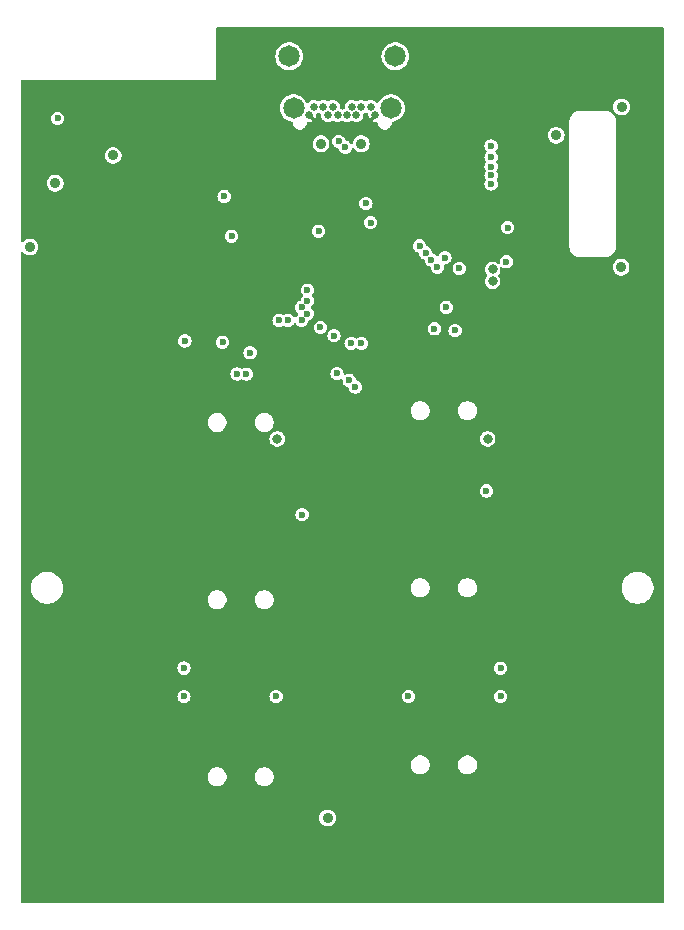
<source format=gbr>
%TF.GenerationSoftware,KiCad,Pcbnew,8.0.1*%
%TF.CreationDate,2024-04-03T20:32:23+03:00*%
%TF.ProjectId,gkos_pebble,676b6f73-5f70-4656-9262-6c652e6b6963,1*%
%TF.SameCoordinates,Original*%
%TF.FileFunction,Copper,L2,Inr*%
%TF.FilePolarity,Positive*%
%FSLAX46Y46*%
G04 Gerber Fmt 4.6, Leading zero omitted, Abs format (unit mm)*
G04 Created by KiCad (PCBNEW 8.0.1) date 2024-04-03 20:32:23*
%MOMM*%
%LPD*%
G01*
G04 APERTURE LIST*
%TA.AperFunction,ComponentPad*%
%ADD10C,0.660000*%
%TD*%
%TA.AperFunction,ComponentPad*%
%ADD11C,1.815000*%
%TD*%
%TA.AperFunction,ViaPad*%
%ADD12C,0.900000*%
%TD*%
%TA.AperFunction,ViaPad*%
%ADD13C,0.600000*%
%TD*%
%TA.AperFunction,ViaPad*%
%ADD14C,0.800000*%
%TD*%
G04 APERTURE END LIST*
D10*
%TO.N,GND*%
%TO.C,J2*%
X152000000Y-67685000D03*
%TO.N,N/C*%
X151600000Y-66985000D03*
X150800000Y-66985000D03*
%TO.N,Net-(D1-Pad4)*%
X150400000Y-67685000D03*
%TO.N,Net-(J2-CC2)*%
X150000000Y-66985000D03*
%TO.N,/mcu/USB_D+*%
X149600000Y-67685000D03*
%TO.N,/mcu/USB_D-*%
X148800000Y-67685000D03*
%TO.N,unconnected-(J2-SBU2-PadB8)*%
X148400000Y-66985000D03*
%TO.N,Net-(D1-Pad4)*%
X148000000Y-67685000D03*
%TO.N,N/C*%
X147600000Y-66985000D03*
X146800000Y-66985000D03*
%TO.N,GND*%
X146400000Y-67685000D03*
D11*
%TO.N,N/C*%
X145070000Y-67085000D03*
X144710000Y-62695000D03*
X153690000Y-62695000D03*
X153330000Y-67085000D03*
%TD*%
D12*
%TO.N,GND*%
X161000000Y-130600000D03*
X159700000Y-94100000D03*
X173600000Y-63300000D03*
X162300000Y-84200000D03*
X123500000Y-84600000D03*
X150200000Y-96200000D03*
X147400000Y-62700000D03*
X164400000Y-77200000D03*
D13*
X152300000Y-80400000D03*
X150600000Y-89750000D03*
D12*
X163800000Y-102700000D03*
X136800000Y-99300000D03*
X123500000Y-101400000D03*
X154000000Y-72200000D03*
X132100000Y-75900000D03*
D13*
X152300000Y-82700000D03*
D12*
X154200000Y-91300000D03*
X131700000Y-126300000D03*
X174800000Y-118900000D03*
X123500000Y-114000000D03*
X143700000Y-65000000D03*
D13*
X155700000Y-75500000D03*
X157900000Y-78700000D03*
X153400000Y-83800000D03*
D12*
X174700000Y-132700000D03*
X137400000Y-130600000D03*
D13*
X150100000Y-80400000D03*
D12*
X150800000Y-113300000D03*
X143400000Y-71600000D03*
X133400000Y-73700000D03*
X143700000Y-68900000D03*
X133400000Y-66400000D03*
D13*
X150100000Y-82700000D03*
X142750000Y-85200000D03*
D12*
X174500000Y-92700000D03*
X153100000Y-102700000D03*
X144100000Y-90600000D03*
X147500000Y-113300000D03*
X175700000Y-70500000D03*
D13*
X153400000Y-79300000D03*
D12*
X140200000Y-75600000D03*
D13*
X149300000Y-83800000D03*
D12*
X131975000Y-93300000D03*
D13*
X148875000Y-79825000D03*
D12*
X174800000Y-100800000D03*
X123500000Y-93300000D03*
X167300000Y-71200000D03*
X150800000Y-62700000D03*
X131700000Y-84400000D03*
X126000000Y-76900000D03*
X154800000Y-65000000D03*
X168800000Y-63300000D03*
D13*
X159600000Y-84200000D03*
D12*
X123500000Y-133000000D03*
X174500000Y-78700000D03*
X140000000Y-115600000D03*
X140125000Y-92125000D03*
X125700000Y-71300000D03*
D14*
%TO.N,+3V3*%
X161500000Y-95100000D03*
X143700000Y-95100000D03*
D13*
%TO.N,+3V0*%
X147200000Y-77500000D03*
X163200000Y-77200000D03*
X161400000Y-99500000D03*
X141400000Y-87800000D03*
D12*
X147950000Y-127200000D03*
X129800000Y-71100000D03*
X122750000Y-78850000D03*
D13*
X135800000Y-114500000D03*
X161800000Y-70300000D03*
D12*
X124900000Y-73450000D03*
D13*
X147350000Y-85650000D03*
D12*
X172800000Y-80550000D03*
D13*
X157900000Y-79750000D03*
X145800000Y-101500000D03*
X154800000Y-116900000D03*
X135875000Y-86800000D03*
X162600000Y-116900000D03*
X150825000Y-87000000D03*
X158000000Y-83950000D03*
D12*
X172850000Y-67000000D03*
D13*
X146250000Y-82500000D03*
X162600000Y-114500000D03*
X151200000Y-75150000D03*
X135800000Y-116900000D03*
D12*
X167300000Y-69400000D03*
D13*
X163100000Y-80100000D03*
X143600000Y-116900000D03*
%TO.N,Net-(IC4-VREG_VOUT)*%
X151600000Y-76775000D03*
X149950000Y-87000000D03*
%TO.N,/inputs/KEY_A*%
X145750000Y-83950000D03*
X139075000Y-86900000D03*
%TO.N,/inputs/KEY_B*%
X140300000Y-89600000D03*
X146250000Y-84500000D03*
%TO.N,/inputs/KEY_C*%
X141075000Y-89600000D03*
X145750000Y-85050000D03*
%TO.N,/inputs/MOUSE_1*%
X146250000Y-83400000D03*
%TO.N,/inputs/MOUSE_3*%
X139200000Y-74550000D03*
%TO.N,/inputs/MENU*%
X157000000Y-85775000D03*
%TO.N,/~{EXT_RST}*%
X139825000Y-77925000D03*
X148750087Y-89556966D03*
X148500000Y-86350000D03*
X125100000Y-67950000D03*
%TO.N,/inputs/~{USB_BOOT}*%
X159100000Y-80650000D03*
X158750000Y-85900000D03*
%TO.N,/mcu/USB_D+*%
X148900000Y-69900000D03*
%TO.N,/mcu/USB_D-*%
X149450000Y-70400000D03*
D12*
%TO.N,Net-(D1-Pad4)*%
X150800000Y-70100000D03*
X147400000Y-70100000D03*
D13*
%TO.N,/SDA*%
X143850000Y-85050000D03*
X150300000Y-90698000D03*
%TO.N,/SCL*%
X149784902Y-90127000D03*
X144600000Y-85050000D03*
%TO.N,/lcd/LCD_SCLK*%
X155750000Y-78750000D03*
X161800000Y-71250000D03*
%TO.N,/lcd/LCD_SI*%
X161800000Y-72050000D03*
X156250000Y-79350000D03*
%TO.N,/lcd/LCD_SCS*%
X161800000Y-72777003D03*
X156750000Y-79950000D03*
%TO.N,/lcd/LCD_COMIN*%
X157250000Y-80550000D03*
X161800000Y-73504006D03*
D14*
%TO.N,/inputs/MOUSE_2*%
X161925000Y-81750000D03*
%TO.N,/inputs/MOUSE_4*%
X161925000Y-80750000D03*
%TD*%
%TA.AperFunction,Conductor*%
%TO.N,GND*%
G36*
X176358691Y-60244407D02*
G01*
X176394655Y-60293907D01*
X176399500Y-60324500D01*
X176399500Y-134300500D01*
X176380593Y-134358691D01*
X176331093Y-134394655D01*
X176300500Y-134399500D01*
X122099500Y-134399500D01*
X122041309Y-134380593D01*
X122005345Y-134331093D01*
X122000500Y-134300500D01*
X122000500Y-127200001D01*
X147234282Y-127200001D01*
X147255078Y-127371281D01*
X147255079Y-127371282D01*
X147316263Y-127532611D01*
X147414275Y-127674607D01*
X147414276Y-127674608D01*
X147414277Y-127674609D01*
X147543426Y-127789024D01*
X147696203Y-127869208D01*
X147863730Y-127910500D01*
X147863733Y-127910500D01*
X148036267Y-127910500D01*
X148036270Y-127910500D01*
X148203797Y-127869208D01*
X148356574Y-127789024D01*
X148485723Y-127674609D01*
X148583737Y-127532611D01*
X148644921Y-127371283D01*
X148665718Y-127200000D01*
X148644921Y-127028717D01*
X148583737Y-126867389D01*
X148485723Y-126725391D01*
X148356574Y-126610976D01*
X148203797Y-126530792D01*
X148203796Y-126530791D01*
X148203795Y-126530791D01*
X148036272Y-126489500D01*
X148036270Y-126489500D01*
X147863730Y-126489500D01*
X147863727Y-126489500D01*
X147696204Y-126530791D01*
X147543424Y-126610977D01*
X147414275Y-126725392D01*
X147316263Y-126867388D01*
X147255079Y-127028717D01*
X147255078Y-127028718D01*
X147234282Y-127199998D01*
X147234282Y-127200001D01*
X122000500Y-127200001D01*
X122000500Y-123778844D01*
X137799500Y-123778844D01*
X137830263Y-123933496D01*
X137830263Y-123933498D01*
X137890603Y-124079174D01*
X137890609Y-124079185D01*
X137943312Y-124158059D01*
X137978211Y-124210289D01*
X138089711Y-124321789D01*
X138167876Y-124374017D01*
X138220814Y-124409390D01*
X138220825Y-124409396D01*
X138274638Y-124431685D01*
X138366503Y-124469737D01*
X138521158Y-124500500D01*
X138521159Y-124500500D01*
X138678841Y-124500500D01*
X138678842Y-124500500D01*
X138833497Y-124469737D01*
X138979179Y-124409394D01*
X139110289Y-124321789D01*
X139221789Y-124210289D01*
X139309394Y-124079179D01*
X139369737Y-123933497D01*
X139400500Y-123778844D01*
X141799500Y-123778844D01*
X141830263Y-123933496D01*
X141830263Y-123933498D01*
X141890603Y-124079174D01*
X141890609Y-124079185D01*
X141943312Y-124158059D01*
X141978211Y-124210289D01*
X142089711Y-124321789D01*
X142167876Y-124374017D01*
X142220814Y-124409390D01*
X142220825Y-124409396D01*
X142274638Y-124431685D01*
X142366503Y-124469737D01*
X142521158Y-124500500D01*
X142521159Y-124500500D01*
X142678841Y-124500500D01*
X142678842Y-124500500D01*
X142833497Y-124469737D01*
X142979179Y-124409394D01*
X143110289Y-124321789D01*
X143221789Y-124210289D01*
X143309394Y-124079179D01*
X143369737Y-123933497D01*
X143400500Y-123778842D01*
X143400500Y-123621158D01*
X143369737Y-123466503D01*
X143309795Y-123321788D01*
X143309396Y-123320825D01*
X143309390Y-123320814D01*
X143274017Y-123267876D01*
X143221789Y-123189711D01*
X143110289Y-123078211D01*
X143058059Y-123043312D01*
X142979185Y-122990609D01*
X142979174Y-122990603D01*
X142833497Y-122930263D01*
X142678844Y-122899500D01*
X142678842Y-122899500D01*
X142521158Y-122899500D01*
X142521155Y-122899500D01*
X142366503Y-122930263D01*
X142366501Y-122930263D01*
X142220825Y-122990603D01*
X142220814Y-122990609D01*
X142089711Y-123078211D01*
X142089707Y-123078214D01*
X141978214Y-123189707D01*
X141978211Y-123189711D01*
X141890609Y-123320814D01*
X141890603Y-123320825D01*
X141830263Y-123466501D01*
X141830263Y-123466503D01*
X141799500Y-123621155D01*
X141799500Y-123778844D01*
X139400500Y-123778844D01*
X139400500Y-123778842D01*
X139400500Y-123621158D01*
X139369737Y-123466503D01*
X139309795Y-123321788D01*
X139309396Y-123320825D01*
X139309390Y-123320814D01*
X139274017Y-123267876D01*
X139221789Y-123189711D01*
X139110289Y-123078211D01*
X139058059Y-123043312D01*
X138979185Y-122990609D01*
X138979174Y-122990603D01*
X138833497Y-122930263D01*
X138678844Y-122899500D01*
X138678842Y-122899500D01*
X138521158Y-122899500D01*
X138521155Y-122899500D01*
X138366503Y-122930263D01*
X138366501Y-122930263D01*
X138220825Y-122990603D01*
X138220814Y-122990609D01*
X138089711Y-123078211D01*
X138089707Y-123078214D01*
X137978214Y-123189707D01*
X137978211Y-123189711D01*
X137890609Y-123320814D01*
X137890603Y-123320825D01*
X137830263Y-123466501D01*
X137830263Y-123466503D01*
X137799500Y-123621155D01*
X137799500Y-123778844D01*
X122000500Y-123778844D01*
X122000500Y-122778844D01*
X154999500Y-122778844D01*
X155030263Y-122933496D01*
X155030263Y-122933498D01*
X155090603Y-123079174D01*
X155090609Y-123079185D01*
X155143312Y-123158059D01*
X155178211Y-123210289D01*
X155289711Y-123321789D01*
X155367876Y-123374017D01*
X155420814Y-123409390D01*
X155420825Y-123409396D01*
X155474638Y-123431685D01*
X155566503Y-123469737D01*
X155721158Y-123500500D01*
X155721159Y-123500500D01*
X155878841Y-123500500D01*
X155878842Y-123500500D01*
X156033497Y-123469737D01*
X156179179Y-123409394D01*
X156310289Y-123321789D01*
X156421789Y-123210289D01*
X156509394Y-123079179D01*
X156569737Y-122933497D01*
X156600500Y-122778844D01*
X158999500Y-122778844D01*
X159030263Y-122933496D01*
X159030263Y-122933498D01*
X159090603Y-123079174D01*
X159090609Y-123079185D01*
X159143312Y-123158059D01*
X159178211Y-123210289D01*
X159289711Y-123321789D01*
X159367876Y-123374017D01*
X159420814Y-123409390D01*
X159420825Y-123409396D01*
X159474638Y-123431685D01*
X159566503Y-123469737D01*
X159721158Y-123500500D01*
X159721159Y-123500500D01*
X159878841Y-123500500D01*
X159878842Y-123500500D01*
X160033497Y-123469737D01*
X160179179Y-123409394D01*
X160310289Y-123321789D01*
X160421789Y-123210289D01*
X160509394Y-123079179D01*
X160569737Y-122933497D01*
X160600500Y-122778842D01*
X160600500Y-122621158D01*
X160569737Y-122466503D01*
X160509394Y-122320821D01*
X160509393Y-122320819D01*
X160509390Y-122320814D01*
X160474017Y-122267876D01*
X160421789Y-122189711D01*
X160310289Y-122078211D01*
X160258059Y-122043312D01*
X160179185Y-121990609D01*
X160179174Y-121990603D01*
X160033497Y-121930263D01*
X159878844Y-121899500D01*
X159878842Y-121899500D01*
X159721158Y-121899500D01*
X159721155Y-121899500D01*
X159566503Y-121930263D01*
X159566501Y-121930263D01*
X159420825Y-121990603D01*
X159420814Y-121990609D01*
X159289711Y-122078211D01*
X159289707Y-122078214D01*
X159178214Y-122189707D01*
X159178211Y-122189711D01*
X159090609Y-122320814D01*
X159090603Y-122320825D01*
X159030263Y-122466501D01*
X159030263Y-122466503D01*
X158999500Y-122621155D01*
X158999500Y-122778844D01*
X156600500Y-122778844D01*
X156600500Y-122778842D01*
X156600500Y-122621158D01*
X156569737Y-122466503D01*
X156509394Y-122320821D01*
X156509393Y-122320819D01*
X156509390Y-122320814D01*
X156474017Y-122267876D01*
X156421789Y-122189711D01*
X156310289Y-122078211D01*
X156258059Y-122043312D01*
X156179185Y-121990609D01*
X156179174Y-121990603D01*
X156033497Y-121930263D01*
X155878844Y-121899500D01*
X155878842Y-121899500D01*
X155721158Y-121899500D01*
X155721155Y-121899500D01*
X155566503Y-121930263D01*
X155566501Y-121930263D01*
X155420825Y-121990603D01*
X155420814Y-121990609D01*
X155289711Y-122078211D01*
X155289707Y-122078214D01*
X155178214Y-122189707D01*
X155178211Y-122189711D01*
X155090609Y-122320814D01*
X155090603Y-122320825D01*
X155030263Y-122466501D01*
X155030263Y-122466503D01*
X154999500Y-122621155D01*
X154999500Y-122778844D01*
X122000500Y-122778844D01*
X122000500Y-116900000D01*
X135234663Y-116900000D01*
X135253926Y-117046320D01*
X135310404Y-117182669D01*
X135400246Y-117299754D01*
X135517331Y-117389596D01*
X135653680Y-117446074D01*
X135763420Y-117460521D01*
X135799999Y-117465337D01*
X135800000Y-117465337D01*
X135800001Y-117465337D01*
X135829264Y-117461484D01*
X135946320Y-117446074D01*
X136082669Y-117389596D01*
X136199754Y-117299754D01*
X136289596Y-117182669D01*
X136346074Y-117046320D01*
X136365337Y-116900000D01*
X143034663Y-116900000D01*
X143053926Y-117046320D01*
X143110404Y-117182669D01*
X143200246Y-117299754D01*
X143317331Y-117389596D01*
X143453680Y-117446074D01*
X143563420Y-117460521D01*
X143599999Y-117465337D01*
X143600000Y-117465337D01*
X143600001Y-117465337D01*
X143629264Y-117461484D01*
X143746320Y-117446074D01*
X143882669Y-117389596D01*
X143999754Y-117299754D01*
X144089596Y-117182669D01*
X144146074Y-117046320D01*
X144165337Y-116900000D01*
X154234663Y-116900000D01*
X154253926Y-117046320D01*
X154310404Y-117182669D01*
X154400246Y-117299754D01*
X154517331Y-117389596D01*
X154653680Y-117446074D01*
X154763420Y-117460521D01*
X154799999Y-117465337D01*
X154800000Y-117465337D01*
X154800001Y-117465337D01*
X154829264Y-117461484D01*
X154946320Y-117446074D01*
X155082669Y-117389596D01*
X155199754Y-117299754D01*
X155289596Y-117182669D01*
X155346074Y-117046320D01*
X155365337Y-116900000D01*
X162034663Y-116900000D01*
X162053926Y-117046320D01*
X162110404Y-117182669D01*
X162200246Y-117299754D01*
X162317331Y-117389596D01*
X162453680Y-117446074D01*
X162563420Y-117460521D01*
X162599999Y-117465337D01*
X162600000Y-117465337D01*
X162600001Y-117465337D01*
X162629264Y-117461484D01*
X162746320Y-117446074D01*
X162882669Y-117389596D01*
X162999754Y-117299754D01*
X163089596Y-117182669D01*
X163146074Y-117046320D01*
X163165337Y-116900000D01*
X163146074Y-116753680D01*
X163089596Y-116617332D01*
X162999754Y-116500246D01*
X162999749Y-116500242D01*
X162999748Y-116500241D01*
X162949924Y-116462010D01*
X162882669Y-116410404D01*
X162746320Y-116353926D01*
X162746317Y-116353925D01*
X162746316Y-116353925D01*
X162600001Y-116334663D01*
X162599999Y-116334663D01*
X162453683Y-116353925D01*
X162453678Y-116353927D01*
X162317333Y-116410403D01*
X162200250Y-116500242D01*
X162200242Y-116500250D01*
X162110403Y-116617333D01*
X162053927Y-116753678D01*
X162053925Y-116753683D01*
X162034663Y-116899999D01*
X162034663Y-116900000D01*
X155365337Y-116900000D01*
X155346074Y-116753680D01*
X155289596Y-116617332D01*
X155199754Y-116500246D01*
X155199749Y-116500242D01*
X155199748Y-116500241D01*
X155149924Y-116462010D01*
X155082669Y-116410404D01*
X154946320Y-116353926D01*
X154946317Y-116353925D01*
X154946316Y-116353925D01*
X154800001Y-116334663D01*
X154799999Y-116334663D01*
X154653683Y-116353925D01*
X154653678Y-116353927D01*
X154517333Y-116410403D01*
X154400250Y-116500242D01*
X154400242Y-116500250D01*
X154310403Y-116617333D01*
X154253927Y-116753678D01*
X154253925Y-116753683D01*
X154234663Y-116899999D01*
X154234663Y-116900000D01*
X144165337Y-116900000D01*
X144146074Y-116753680D01*
X144089596Y-116617332D01*
X143999754Y-116500246D01*
X143999749Y-116500242D01*
X143999748Y-116500241D01*
X143949924Y-116462010D01*
X143882669Y-116410404D01*
X143746320Y-116353926D01*
X143746317Y-116353925D01*
X143746316Y-116353925D01*
X143600001Y-116334663D01*
X143599999Y-116334663D01*
X143453683Y-116353925D01*
X143453678Y-116353927D01*
X143317333Y-116410403D01*
X143200250Y-116500242D01*
X143200242Y-116500250D01*
X143110403Y-116617333D01*
X143053927Y-116753678D01*
X143053925Y-116753683D01*
X143034663Y-116899999D01*
X143034663Y-116900000D01*
X136365337Y-116900000D01*
X136346074Y-116753680D01*
X136289596Y-116617332D01*
X136199754Y-116500246D01*
X136199749Y-116500242D01*
X136199748Y-116500241D01*
X136149924Y-116462010D01*
X136082669Y-116410404D01*
X135946320Y-116353926D01*
X135946317Y-116353925D01*
X135946316Y-116353925D01*
X135800001Y-116334663D01*
X135799999Y-116334663D01*
X135653683Y-116353925D01*
X135653678Y-116353927D01*
X135517333Y-116410403D01*
X135400250Y-116500242D01*
X135400242Y-116500250D01*
X135310403Y-116617333D01*
X135253927Y-116753678D01*
X135253925Y-116753683D01*
X135234663Y-116899999D01*
X135234663Y-116900000D01*
X122000500Y-116900000D01*
X122000500Y-114500000D01*
X135234663Y-114500000D01*
X135253926Y-114646320D01*
X135310404Y-114782669D01*
X135400246Y-114899754D01*
X135517331Y-114989596D01*
X135653680Y-115046074D01*
X135763420Y-115060521D01*
X135799999Y-115065337D01*
X135800000Y-115065337D01*
X135800001Y-115065337D01*
X135829264Y-115061484D01*
X135946320Y-115046074D01*
X136082669Y-114989596D01*
X136199754Y-114899754D01*
X136289596Y-114782669D01*
X136346074Y-114646320D01*
X136365337Y-114500000D01*
X162034663Y-114500000D01*
X162053926Y-114646320D01*
X162110404Y-114782669D01*
X162200246Y-114899754D01*
X162317331Y-114989596D01*
X162453680Y-115046074D01*
X162563420Y-115060521D01*
X162599999Y-115065337D01*
X162600000Y-115065337D01*
X162600001Y-115065337D01*
X162629264Y-115061484D01*
X162746320Y-115046074D01*
X162882669Y-114989596D01*
X162999754Y-114899754D01*
X163089596Y-114782669D01*
X163146074Y-114646320D01*
X163165337Y-114500000D01*
X163146074Y-114353680D01*
X163089596Y-114217332D01*
X162999754Y-114100246D01*
X162999749Y-114100242D01*
X162999748Y-114100241D01*
X162949924Y-114062010D01*
X162882669Y-114010404D01*
X162746320Y-113953926D01*
X162746317Y-113953925D01*
X162746316Y-113953925D01*
X162600001Y-113934663D01*
X162599999Y-113934663D01*
X162453683Y-113953925D01*
X162453678Y-113953927D01*
X162317333Y-114010403D01*
X162200250Y-114100242D01*
X162200242Y-114100250D01*
X162110403Y-114217333D01*
X162053927Y-114353678D01*
X162053925Y-114353683D01*
X162034663Y-114499999D01*
X162034663Y-114500000D01*
X136365337Y-114500000D01*
X136346074Y-114353680D01*
X136289596Y-114217332D01*
X136199754Y-114100246D01*
X136199749Y-114100242D01*
X136199748Y-114100241D01*
X136149924Y-114062010D01*
X136082669Y-114010404D01*
X135946320Y-113953926D01*
X135946317Y-113953925D01*
X135946316Y-113953925D01*
X135800001Y-113934663D01*
X135799999Y-113934663D01*
X135653683Y-113953925D01*
X135653678Y-113953927D01*
X135517333Y-114010403D01*
X135400250Y-114100242D01*
X135400242Y-114100250D01*
X135310403Y-114217333D01*
X135253927Y-114353678D01*
X135253925Y-114353683D01*
X135234663Y-114499999D01*
X135234663Y-114500000D01*
X122000500Y-114500000D01*
X122000500Y-107806290D01*
X122849500Y-107806290D01*
X122882752Y-108016238D01*
X122948443Y-108218412D01*
X123044948Y-108407815D01*
X123044950Y-108407819D01*
X123169891Y-108579786D01*
X123169893Y-108579788D01*
X123169896Y-108579792D01*
X123320208Y-108730104D01*
X123320211Y-108730106D01*
X123320213Y-108730108D01*
X123492180Y-108855049D01*
X123492184Y-108855051D01*
X123681588Y-108951557D01*
X123883757Y-109017246D01*
X123883758Y-109017246D01*
X123883761Y-109017247D01*
X124093710Y-109050500D01*
X124093713Y-109050500D01*
X124306290Y-109050500D01*
X124516238Y-109017247D01*
X124516239Y-109017246D01*
X124516243Y-109017246D01*
X124718412Y-108951557D01*
X124907816Y-108855051D01*
X125012707Y-108778844D01*
X137799500Y-108778844D01*
X137830263Y-108933496D01*
X137830263Y-108933498D01*
X137890603Y-109079174D01*
X137890609Y-109079185D01*
X137943312Y-109158059D01*
X137978211Y-109210289D01*
X138089711Y-109321789D01*
X138167876Y-109374017D01*
X138220814Y-109409390D01*
X138220825Y-109409396D01*
X138274638Y-109431685D01*
X138366503Y-109469737D01*
X138521158Y-109500500D01*
X138521159Y-109500500D01*
X138678841Y-109500500D01*
X138678842Y-109500500D01*
X138833497Y-109469737D01*
X138979179Y-109409394D01*
X139110289Y-109321789D01*
X139221789Y-109210289D01*
X139309394Y-109079179D01*
X139369737Y-108933497D01*
X139400500Y-108778844D01*
X141799500Y-108778844D01*
X141830263Y-108933496D01*
X141830263Y-108933498D01*
X141890603Y-109079174D01*
X141890609Y-109079185D01*
X141943312Y-109158059D01*
X141978211Y-109210289D01*
X142089711Y-109321789D01*
X142167876Y-109374017D01*
X142220814Y-109409390D01*
X142220825Y-109409396D01*
X142274638Y-109431685D01*
X142366503Y-109469737D01*
X142521158Y-109500500D01*
X142521159Y-109500500D01*
X142678841Y-109500500D01*
X142678842Y-109500500D01*
X142833497Y-109469737D01*
X142979179Y-109409394D01*
X143110289Y-109321789D01*
X143221789Y-109210289D01*
X143309394Y-109079179D01*
X143369737Y-108933497D01*
X143400500Y-108778842D01*
X143400500Y-108621158D01*
X143369737Y-108466503D01*
X143346080Y-108409390D01*
X143309396Y-108320825D01*
X143309390Y-108320814D01*
X143240966Y-108218412D01*
X143221789Y-108189711D01*
X143110289Y-108078211D01*
X143058059Y-108043312D01*
X142979185Y-107990609D01*
X142979174Y-107990603D01*
X142833497Y-107930263D01*
X142678844Y-107899500D01*
X142678842Y-107899500D01*
X142521158Y-107899500D01*
X142521155Y-107899500D01*
X142366503Y-107930263D01*
X142366501Y-107930263D01*
X142220825Y-107990603D01*
X142220814Y-107990609D01*
X142089711Y-108078211D01*
X142089707Y-108078214D01*
X141978214Y-108189707D01*
X141978211Y-108189711D01*
X141890609Y-108320814D01*
X141890603Y-108320825D01*
X141830263Y-108466501D01*
X141830263Y-108466503D01*
X141799500Y-108621155D01*
X141799500Y-108778844D01*
X139400500Y-108778844D01*
X139400500Y-108778842D01*
X139400500Y-108621158D01*
X139369737Y-108466503D01*
X139346080Y-108409390D01*
X139309396Y-108320825D01*
X139309390Y-108320814D01*
X139240966Y-108218412D01*
X139221789Y-108189711D01*
X139110289Y-108078211D01*
X139058059Y-108043312D01*
X138979185Y-107990609D01*
X138979174Y-107990603D01*
X138833497Y-107930263D01*
X138678844Y-107899500D01*
X138678842Y-107899500D01*
X138521158Y-107899500D01*
X138521155Y-107899500D01*
X138366503Y-107930263D01*
X138366501Y-107930263D01*
X138220825Y-107990603D01*
X138220814Y-107990609D01*
X138089711Y-108078211D01*
X138089707Y-108078214D01*
X137978214Y-108189707D01*
X137978211Y-108189711D01*
X137890609Y-108320814D01*
X137890603Y-108320825D01*
X137830263Y-108466501D01*
X137830263Y-108466503D01*
X137799500Y-108621155D01*
X137799500Y-108778844D01*
X125012707Y-108778844D01*
X125079792Y-108730104D01*
X125230104Y-108579792D01*
X125353905Y-108409394D01*
X125355049Y-108407819D01*
X125355051Y-108407816D01*
X125451557Y-108218412D01*
X125517246Y-108016243D01*
X125530864Y-107930263D01*
X125550500Y-107806290D01*
X125550500Y-107778844D01*
X154999500Y-107778844D01*
X155030263Y-107933496D01*
X155030263Y-107933498D01*
X155090603Y-108079174D01*
X155090609Y-108079185D01*
X155143312Y-108158059D01*
X155178211Y-108210289D01*
X155289711Y-108321789D01*
X155367876Y-108374017D01*
X155420814Y-108409390D01*
X155420825Y-108409396D01*
X155474638Y-108431685D01*
X155566503Y-108469737D01*
X155721158Y-108500500D01*
X155721159Y-108500500D01*
X155878841Y-108500500D01*
X155878842Y-108500500D01*
X156033497Y-108469737D01*
X156179179Y-108409394D01*
X156310289Y-108321789D01*
X156421789Y-108210289D01*
X156509394Y-108079179D01*
X156569737Y-107933497D01*
X156600500Y-107778844D01*
X158999500Y-107778844D01*
X159030263Y-107933496D01*
X159030263Y-107933498D01*
X159090603Y-108079174D01*
X159090609Y-108079185D01*
X159143312Y-108158059D01*
X159178211Y-108210289D01*
X159289711Y-108321789D01*
X159367876Y-108374017D01*
X159420814Y-108409390D01*
X159420825Y-108409396D01*
X159474638Y-108431685D01*
X159566503Y-108469737D01*
X159721158Y-108500500D01*
X159721159Y-108500500D01*
X159878841Y-108500500D01*
X159878842Y-108500500D01*
X160033497Y-108469737D01*
X160179179Y-108409394D01*
X160310289Y-108321789D01*
X160421789Y-108210289D01*
X160509394Y-108079179D01*
X160569737Y-107933497D01*
X160595040Y-107806290D01*
X172849500Y-107806290D01*
X172882752Y-108016238D01*
X172948443Y-108218412D01*
X173044948Y-108407815D01*
X173044950Y-108407819D01*
X173169891Y-108579786D01*
X173169893Y-108579788D01*
X173169896Y-108579792D01*
X173320208Y-108730104D01*
X173320211Y-108730106D01*
X173320213Y-108730108D01*
X173492180Y-108855049D01*
X173492184Y-108855051D01*
X173681588Y-108951557D01*
X173883757Y-109017246D01*
X173883758Y-109017246D01*
X173883761Y-109017247D01*
X174093710Y-109050500D01*
X174093713Y-109050500D01*
X174306290Y-109050500D01*
X174516238Y-109017247D01*
X174516239Y-109017246D01*
X174516243Y-109017246D01*
X174718412Y-108951557D01*
X174907816Y-108855051D01*
X175079792Y-108730104D01*
X175230104Y-108579792D01*
X175353905Y-108409394D01*
X175355049Y-108407819D01*
X175355051Y-108407816D01*
X175451557Y-108218412D01*
X175517246Y-108016243D01*
X175530864Y-107930263D01*
X175550500Y-107806290D01*
X175550500Y-107593709D01*
X175517247Y-107383761D01*
X175496798Y-107320825D01*
X175451557Y-107181588D01*
X175355051Y-106992184D01*
X175355049Y-106992180D01*
X175230108Y-106820213D01*
X175230106Y-106820211D01*
X175230104Y-106820208D01*
X175079792Y-106669896D01*
X175079788Y-106669893D01*
X175079786Y-106669891D01*
X174907819Y-106544950D01*
X174907815Y-106544948D01*
X174718412Y-106448443D01*
X174516238Y-106382752D01*
X174306290Y-106349500D01*
X174306287Y-106349500D01*
X174093713Y-106349500D01*
X174093710Y-106349500D01*
X173883761Y-106382752D01*
X173681587Y-106448443D01*
X173492184Y-106544948D01*
X173492180Y-106544950D01*
X173320213Y-106669891D01*
X173169891Y-106820213D01*
X173044950Y-106992180D01*
X173044948Y-106992184D01*
X172948443Y-107181587D01*
X172882752Y-107383761D01*
X172849500Y-107593709D01*
X172849500Y-107806290D01*
X160595040Y-107806290D01*
X160600500Y-107778842D01*
X160600500Y-107621158D01*
X160569737Y-107466503D01*
X160549622Y-107417942D01*
X160509396Y-107320825D01*
X160509390Y-107320814D01*
X160474017Y-107267876D01*
X160421789Y-107189711D01*
X160310289Y-107078211D01*
X160258059Y-107043312D01*
X160179185Y-106990609D01*
X160179174Y-106990603D01*
X160033497Y-106930263D01*
X159878844Y-106899500D01*
X159878842Y-106899500D01*
X159721158Y-106899500D01*
X159721155Y-106899500D01*
X159566503Y-106930263D01*
X159566501Y-106930263D01*
X159420825Y-106990603D01*
X159420814Y-106990609D01*
X159289711Y-107078211D01*
X159289707Y-107078214D01*
X159178214Y-107189707D01*
X159178211Y-107189711D01*
X159090609Y-107320814D01*
X159090603Y-107320825D01*
X159030263Y-107466501D01*
X159030263Y-107466503D01*
X158999500Y-107621155D01*
X158999500Y-107778844D01*
X156600500Y-107778844D01*
X156600500Y-107778842D01*
X156600500Y-107621158D01*
X156569737Y-107466503D01*
X156549622Y-107417942D01*
X156509396Y-107320825D01*
X156509390Y-107320814D01*
X156474017Y-107267876D01*
X156421789Y-107189711D01*
X156310289Y-107078211D01*
X156258059Y-107043312D01*
X156179185Y-106990609D01*
X156179174Y-106990603D01*
X156033497Y-106930263D01*
X155878844Y-106899500D01*
X155878842Y-106899500D01*
X155721158Y-106899500D01*
X155721155Y-106899500D01*
X155566503Y-106930263D01*
X155566501Y-106930263D01*
X155420825Y-106990603D01*
X155420814Y-106990609D01*
X155289711Y-107078211D01*
X155289707Y-107078214D01*
X155178214Y-107189707D01*
X155178211Y-107189711D01*
X155090609Y-107320814D01*
X155090603Y-107320825D01*
X155030263Y-107466501D01*
X155030263Y-107466503D01*
X154999500Y-107621155D01*
X154999500Y-107778844D01*
X125550500Y-107778844D01*
X125550500Y-107593709D01*
X125517247Y-107383761D01*
X125496798Y-107320825D01*
X125451557Y-107181588D01*
X125355051Y-106992184D01*
X125355049Y-106992180D01*
X125230108Y-106820213D01*
X125230106Y-106820211D01*
X125230104Y-106820208D01*
X125079792Y-106669896D01*
X125079788Y-106669893D01*
X125079786Y-106669891D01*
X124907819Y-106544950D01*
X124907815Y-106544948D01*
X124718412Y-106448443D01*
X124516238Y-106382752D01*
X124306290Y-106349500D01*
X124306287Y-106349500D01*
X124093713Y-106349500D01*
X124093710Y-106349500D01*
X123883761Y-106382752D01*
X123681587Y-106448443D01*
X123492184Y-106544948D01*
X123492180Y-106544950D01*
X123320213Y-106669891D01*
X123169891Y-106820213D01*
X123044950Y-106992180D01*
X123044948Y-106992184D01*
X122948443Y-107181587D01*
X122882752Y-107383761D01*
X122849500Y-107593709D01*
X122849500Y-107806290D01*
X122000500Y-107806290D01*
X122000500Y-101500000D01*
X145234663Y-101500000D01*
X145253926Y-101646320D01*
X145310404Y-101782669D01*
X145400246Y-101899754D01*
X145517331Y-101989596D01*
X145653680Y-102046074D01*
X145763420Y-102060521D01*
X145799999Y-102065337D01*
X145800000Y-102065337D01*
X145800001Y-102065337D01*
X145829264Y-102061484D01*
X145946320Y-102046074D01*
X146082669Y-101989596D01*
X146199754Y-101899754D01*
X146289596Y-101782669D01*
X146346074Y-101646320D01*
X146365337Y-101500000D01*
X146346074Y-101353680D01*
X146289596Y-101217332D01*
X146199754Y-101100246D01*
X146199749Y-101100242D01*
X146199748Y-101100241D01*
X146149924Y-101062010D01*
X146082669Y-101010404D01*
X145946320Y-100953926D01*
X145946317Y-100953925D01*
X145946316Y-100953925D01*
X145800001Y-100934663D01*
X145799999Y-100934663D01*
X145653683Y-100953925D01*
X145653678Y-100953927D01*
X145517333Y-101010403D01*
X145400250Y-101100242D01*
X145400242Y-101100250D01*
X145310403Y-101217333D01*
X145253927Y-101353678D01*
X145253925Y-101353683D01*
X145234663Y-101499999D01*
X145234663Y-101500000D01*
X122000500Y-101500000D01*
X122000500Y-99500000D01*
X160834663Y-99500000D01*
X160853926Y-99646320D01*
X160910404Y-99782669D01*
X161000246Y-99899754D01*
X161117331Y-99989596D01*
X161253680Y-100046074D01*
X161363420Y-100060521D01*
X161399999Y-100065337D01*
X161400000Y-100065337D01*
X161400001Y-100065337D01*
X161429264Y-100061484D01*
X161546320Y-100046074D01*
X161682669Y-99989596D01*
X161799754Y-99899754D01*
X161889596Y-99782669D01*
X161946074Y-99646320D01*
X161965337Y-99500000D01*
X161946074Y-99353680D01*
X161889596Y-99217332D01*
X161799754Y-99100246D01*
X161799749Y-99100242D01*
X161799748Y-99100241D01*
X161749924Y-99062010D01*
X161682669Y-99010404D01*
X161546320Y-98953926D01*
X161546317Y-98953925D01*
X161546316Y-98953925D01*
X161400001Y-98934663D01*
X161399999Y-98934663D01*
X161253683Y-98953925D01*
X161253678Y-98953927D01*
X161117333Y-99010403D01*
X161000250Y-99100242D01*
X161000242Y-99100250D01*
X160910403Y-99217333D01*
X160853927Y-99353678D01*
X160853925Y-99353683D01*
X160834663Y-99499999D01*
X160834663Y-99500000D01*
X122000500Y-99500000D01*
X122000500Y-95100001D01*
X143034649Y-95100001D01*
X143053982Y-95259226D01*
X143053982Y-95259227D01*
X143053983Y-95259229D01*
X143110861Y-95409204D01*
X143201978Y-95541209D01*
X143322038Y-95647573D01*
X143464063Y-95722114D01*
X143619801Y-95760500D01*
X143619804Y-95760500D01*
X143780196Y-95760500D01*
X143780199Y-95760500D01*
X143935937Y-95722114D01*
X144077962Y-95647573D01*
X144198022Y-95541209D01*
X144289139Y-95409204D01*
X144346017Y-95259229D01*
X144365351Y-95100001D01*
X160834649Y-95100001D01*
X160853982Y-95259226D01*
X160853982Y-95259227D01*
X160853983Y-95259229D01*
X160910861Y-95409204D01*
X161001978Y-95541209D01*
X161122038Y-95647573D01*
X161264063Y-95722114D01*
X161419801Y-95760500D01*
X161419804Y-95760500D01*
X161580196Y-95760500D01*
X161580199Y-95760500D01*
X161735937Y-95722114D01*
X161877962Y-95647573D01*
X161998022Y-95541209D01*
X162089139Y-95409204D01*
X162146017Y-95259229D01*
X162165351Y-95100000D01*
X162146017Y-94940771D01*
X162089139Y-94790796D01*
X161998022Y-94658791D01*
X161877962Y-94552427D01*
X161735937Y-94477886D01*
X161735936Y-94477885D01*
X161735935Y-94477885D01*
X161580201Y-94439500D01*
X161580199Y-94439500D01*
X161419801Y-94439500D01*
X161419798Y-94439500D01*
X161264064Y-94477885D01*
X161122036Y-94552428D01*
X161001980Y-94658788D01*
X160910861Y-94790795D01*
X160853983Y-94940771D01*
X160853982Y-94940773D01*
X160834649Y-95099998D01*
X160834649Y-95100001D01*
X144365351Y-95100001D01*
X144365351Y-95100000D01*
X144346017Y-94940771D01*
X144289139Y-94790796D01*
X144198022Y-94658791D01*
X144077962Y-94552427D01*
X143935937Y-94477886D01*
X143935936Y-94477885D01*
X143935935Y-94477885D01*
X143780201Y-94439500D01*
X143780199Y-94439500D01*
X143619801Y-94439500D01*
X143619798Y-94439500D01*
X143464064Y-94477885D01*
X143322036Y-94552428D01*
X143201980Y-94658788D01*
X143110861Y-94790795D01*
X143053983Y-94940771D01*
X143053982Y-94940773D01*
X143034649Y-95099998D01*
X143034649Y-95100001D01*
X122000500Y-95100001D01*
X122000500Y-93778844D01*
X137799500Y-93778844D01*
X137830263Y-93933496D01*
X137830263Y-93933498D01*
X137890603Y-94079174D01*
X137890609Y-94079185D01*
X137943312Y-94158059D01*
X137978211Y-94210289D01*
X138089711Y-94321789D01*
X138167876Y-94374017D01*
X138220814Y-94409390D01*
X138220825Y-94409396D01*
X138274638Y-94431685D01*
X138366503Y-94469737D01*
X138521158Y-94500500D01*
X138521159Y-94500500D01*
X138678841Y-94500500D01*
X138678842Y-94500500D01*
X138833497Y-94469737D01*
X138979179Y-94409394D01*
X139110289Y-94321789D01*
X139221789Y-94210289D01*
X139309394Y-94079179D01*
X139369737Y-93933497D01*
X139400500Y-93778844D01*
X141799500Y-93778844D01*
X141830263Y-93933496D01*
X141830263Y-93933498D01*
X141890603Y-94079174D01*
X141890609Y-94079185D01*
X141943312Y-94158059D01*
X141978211Y-94210289D01*
X142089711Y-94321789D01*
X142167876Y-94374017D01*
X142220814Y-94409390D01*
X142220825Y-94409396D01*
X142274638Y-94431685D01*
X142366503Y-94469737D01*
X142521158Y-94500500D01*
X142521159Y-94500500D01*
X142678841Y-94500500D01*
X142678842Y-94500500D01*
X142833497Y-94469737D01*
X142979179Y-94409394D01*
X143110289Y-94321789D01*
X143221789Y-94210289D01*
X143309394Y-94079179D01*
X143369737Y-93933497D01*
X143400500Y-93778842D01*
X143400500Y-93621158D01*
X143369737Y-93466503D01*
X143309795Y-93321788D01*
X143309396Y-93320825D01*
X143309390Y-93320814D01*
X143274017Y-93267876D01*
X143221789Y-93189711D01*
X143110289Y-93078211D01*
X143058059Y-93043312D01*
X142979185Y-92990609D01*
X142979174Y-92990603D01*
X142833497Y-92930263D01*
X142678844Y-92899500D01*
X142678842Y-92899500D01*
X142521158Y-92899500D01*
X142521155Y-92899500D01*
X142366503Y-92930263D01*
X142366501Y-92930263D01*
X142220825Y-92990603D01*
X142220814Y-92990609D01*
X142089711Y-93078211D01*
X142089707Y-93078214D01*
X141978214Y-93189707D01*
X141978211Y-93189711D01*
X141890609Y-93320814D01*
X141890603Y-93320825D01*
X141830263Y-93466501D01*
X141830263Y-93466503D01*
X141799500Y-93621155D01*
X141799500Y-93778844D01*
X139400500Y-93778844D01*
X139400500Y-93778842D01*
X139400500Y-93621158D01*
X139369737Y-93466503D01*
X139309795Y-93321788D01*
X139309396Y-93320825D01*
X139309390Y-93320814D01*
X139274017Y-93267876D01*
X139221789Y-93189711D01*
X139110289Y-93078211D01*
X139058059Y-93043312D01*
X138979185Y-92990609D01*
X138979174Y-92990603D01*
X138833497Y-92930263D01*
X138678844Y-92899500D01*
X138678842Y-92899500D01*
X138521158Y-92899500D01*
X138521155Y-92899500D01*
X138366503Y-92930263D01*
X138366501Y-92930263D01*
X138220825Y-92990603D01*
X138220814Y-92990609D01*
X138089711Y-93078211D01*
X138089707Y-93078214D01*
X137978214Y-93189707D01*
X137978211Y-93189711D01*
X137890609Y-93320814D01*
X137890603Y-93320825D01*
X137830263Y-93466501D01*
X137830263Y-93466503D01*
X137799500Y-93621155D01*
X137799500Y-93778844D01*
X122000500Y-93778844D01*
X122000500Y-92778844D01*
X154999500Y-92778844D01*
X155030263Y-92933496D01*
X155030263Y-92933498D01*
X155090603Y-93079174D01*
X155090609Y-93079185D01*
X155143312Y-93158059D01*
X155178211Y-93210289D01*
X155289711Y-93321789D01*
X155367876Y-93374017D01*
X155420814Y-93409390D01*
X155420825Y-93409396D01*
X155474638Y-93431685D01*
X155566503Y-93469737D01*
X155721158Y-93500500D01*
X155721159Y-93500500D01*
X155878841Y-93500500D01*
X155878842Y-93500500D01*
X156033497Y-93469737D01*
X156179179Y-93409394D01*
X156310289Y-93321789D01*
X156421789Y-93210289D01*
X156509394Y-93079179D01*
X156569737Y-92933497D01*
X156600500Y-92778844D01*
X158999500Y-92778844D01*
X159030263Y-92933496D01*
X159030263Y-92933498D01*
X159090603Y-93079174D01*
X159090609Y-93079185D01*
X159143312Y-93158059D01*
X159178211Y-93210289D01*
X159289711Y-93321789D01*
X159367876Y-93374017D01*
X159420814Y-93409390D01*
X159420825Y-93409396D01*
X159474638Y-93431685D01*
X159566503Y-93469737D01*
X159721158Y-93500500D01*
X159721159Y-93500500D01*
X159878841Y-93500500D01*
X159878842Y-93500500D01*
X160033497Y-93469737D01*
X160179179Y-93409394D01*
X160310289Y-93321789D01*
X160421789Y-93210289D01*
X160509394Y-93079179D01*
X160569737Y-92933497D01*
X160600500Y-92778842D01*
X160600500Y-92621158D01*
X160569737Y-92466503D01*
X160509394Y-92320821D01*
X160509393Y-92320819D01*
X160509390Y-92320814D01*
X160474017Y-92267876D01*
X160421789Y-92189711D01*
X160310289Y-92078211D01*
X160258059Y-92043312D01*
X160179185Y-91990609D01*
X160179174Y-91990603D01*
X160033497Y-91930263D01*
X159878844Y-91899500D01*
X159878842Y-91899500D01*
X159721158Y-91899500D01*
X159721155Y-91899500D01*
X159566503Y-91930263D01*
X159566501Y-91930263D01*
X159420825Y-91990603D01*
X159420814Y-91990609D01*
X159289711Y-92078211D01*
X159289707Y-92078214D01*
X159178214Y-92189707D01*
X159178211Y-92189711D01*
X159090609Y-92320814D01*
X159090603Y-92320825D01*
X159030263Y-92466501D01*
X159030263Y-92466503D01*
X158999500Y-92621155D01*
X158999500Y-92778844D01*
X156600500Y-92778844D01*
X156600500Y-92778842D01*
X156600500Y-92621158D01*
X156569737Y-92466503D01*
X156509394Y-92320821D01*
X156509393Y-92320819D01*
X156509390Y-92320814D01*
X156474017Y-92267876D01*
X156421789Y-92189711D01*
X156310289Y-92078211D01*
X156258059Y-92043312D01*
X156179185Y-91990609D01*
X156179174Y-91990603D01*
X156033497Y-91930263D01*
X155878844Y-91899500D01*
X155878842Y-91899500D01*
X155721158Y-91899500D01*
X155721155Y-91899500D01*
X155566503Y-91930263D01*
X155566501Y-91930263D01*
X155420825Y-91990603D01*
X155420814Y-91990609D01*
X155289711Y-92078211D01*
X155289707Y-92078214D01*
X155178214Y-92189707D01*
X155178211Y-92189711D01*
X155090609Y-92320814D01*
X155090603Y-92320825D01*
X155030263Y-92466501D01*
X155030263Y-92466503D01*
X154999500Y-92621155D01*
X154999500Y-92778844D01*
X122000500Y-92778844D01*
X122000500Y-89600000D01*
X139734663Y-89600000D01*
X139751414Y-89727246D01*
X139753926Y-89746320D01*
X139810404Y-89882669D01*
X139862010Y-89949924D01*
X139885611Y-89980682D01*
X139900246Y-89999754D01*
X140017331Y-90089596D01*
X140153680Y-90146074D01*
X140263420Y-90160521D01*
X140299999Y-90165337D01*
X140300000Y-90165337D01*
X140300001Y-90165337D01*
X140329264Y-90161484D01*
X140446320Y-90146074D01*
X140582669Y-90089596D01*
X140627233Y-90055400D01*
X140684908Y-90034977D01*
X140743574Y-90052354D01*
X140747756Y-90055392D01*
X140792331Y-90089596D01*
X140928680Y-90146074D01*
X141038420Y-90160521D01*
X141074999Y-90165337D01*
X141075000Y-90165337D01*
X141075001Y-90165337D01*
X141104264Y-90161484D01*
X141221320Y-90146074D01*
X141357669Y-90089596D01*
X141474754Y-89999754D01*
X141564596Y-89882669D01*
X141621074Y-89746320D01*
X141640337Y-89600000D01*
X141634672Y-89556966D01*
X148184750Y-89556966D01*
X148198366Y-89660398D01*
X148204013Y-89703286D01*
X148260491Y-89839635D01*
X148350333Y-89956720D01*
X148467418Y-90046562D01*
X148603767Y-90103040D01*
X148694850Y-90115031D01*
X148750086Y-90122303D01*
X148750087Y-90122303D01*
X148750088Y-90122303D01*
X148805324Y-90115031D01*
X148896407Y-90103040D01*
X149032756Y-90046562D01*
X149062720Y-90023569D01*
X149120394Y-90003145D01*
X149179060Y-90020522D01*
X149216308Y-90069063D01*
X149221140Y-90115031D01*
X149219565Y-90126996D01*
X149219565Y-90127000D01*
X149230281Y-90208403D01*
X149238828Y-90273320D01*
X149295306Y-90409669D01*
X149385148Y-90526754D01*
X149502233Y-90616596D01*
X149638582Y-90673074D01*
X149657702Y-90675591D01*
X149712927Y-90701932D01*
X149742122Y-90755702D01*
X149742933Y-90760822D01*
X149753925Y-90844316D01*
X149753926Y-90844320D01*
X149810404Y-90980669D01*
X149900246Y-91097754D01*
X150017331Y-91187596D01*
X150153680Y-91244074D01*
X150263420Y-91258521D01*
X150299999Y-91263337D01*
X150300000Y-91263337D01*
X150300001Y-91263337D01*
X150329264Y-91259484D01*
X150446320Y-91244074D01*
X150582669Y-91187596D01*
X150699754Y-91097754D01*
X150789596Y-90980669D01*
X150846074Y-90844320D01*
X150865337Y-90698000D01*
X150862055Y-90673074D01*
X150846074Y-90551683D01*
X150846074Y-90551680D01*
X150789596Y-90415332D01*
X150699754Y-90298246D01*
X150699749Y-90298242D01*
X150699748Y-90298241D01*
X150649924Y-90260010D01*
X150582669Y-90208404D01*
X150582667Y-90208403D01*
X150446319Y-90151925D01*
X150427197Y-90149408D01*
X150371972Y-90123065D01*
X150342778Y-90069294D01*
X150341968Y-90064177D01*
X150333933Y-90003145D01*
X150330976Y-89980680D01*
X150274498Y-89844332D01*
X150184656Y-89727246D01*
X150184651Y-89727242D01*
X150184650Y-89727241D01*
X150101503Y-89663441D01*
X150067571Y-89637404D01*
X149931222Y-89580926D01*
X149931219Y-89580925D01*
X149931218Y-89580925D01*
X149784903Y-89561663D01*
X149784901Y-89561663D01*
X149638585Y-89580925D01*
X149638580Y-89580927D01*
X149502235Y-89637403D01*
X149472266Y-89660398D01*
X149414589Y-89680820D01*
X149355924Y-89663441D01*
X149318678Y-89614898D01*
X149313848Y-89568933D01*
X149315424Y-89556966D01*
X149296161Y-89410646D01*
X149239683Y-89274298D01*
X149149841Y-89157212D01*
X149149836Y-89157208D01*
X149149835Y-89157207D01*
X149088838Y-89110403D01*
X149032756Y-89067370D01*
X148896407Y-89010892D01*
X148896404Y-89010891D01*
X148896403Y-89010891D01*
X148750088Y-88991629D01*
X148750086Y-88991629D01*
X148603770Y-89010891D01*
X148603765Y-89010893D01*
X148467420Y-89067369D01*
X148350337Y-89157208D01*
X148350329Y-89157216D01*
X148260490Y-89274299D01*
X148204014Y-89410644D01*
X148204012Y-89410649D01*
X148184750Y-89556965D01*
X148184750Y-89556966D01*
X141634672Y-89556966D01*
X141621074Y-89453680D01*
X141564596Y-89317332D01*
X141474754Y-89200246D01*
X141474749Y-89200242D01*
X141474748Y-89200241D01*
X141418664Y-89157207D01*
X141357669Y-89110404D01*
X141221320Y-89053926D01*
X141221317Y-89053925D01*
X141221316Y-89053925D01*
X141075001Y-89034663D01*
X141074999Y-89034663D01*
X140928683Y-89053925D01*
X140928678Y-89053927D01*
X140792333Y-89110403D01*
X140747766Y-89144600D01*
X140690090Y-89165023D01*
X140631425Y-89147645D01*
X140627233Y-89144599D01*
X140582669Y-89110404D01*
X140446320Y-89053926D01*
X140446317Y-89053925D01*
X140446316Y-89053925D01*
X140300001Y-89034663D01*
X140299999Y-89034663D01*
X140153683Y-89053925D01*
X140153678Y-89053927D01*
X140017333Y-89110403D01*
X139900250Y-89200242D01*
X139900242Y-89200250D01*
X139810403Y-89317333D01*
X139753927Y-89453678D01*
X139753925Y-89453683D01*
X139734663Y-89599999D01*
X139734663Y-89600000D01*
X122000500Y-89600000D01*
X122000500Y-87800000D01*
X140834663Y-87800000D01*
X140853926Y-87946320D01*
X140910404Y-88082669D01*
X141000246Y-88199754D01*
X141117331Y-88289596D01*
X141253680Y-88346074D01*
X141363420Y-88360521D01*
X141399999Y-88365337D01*
X141400000Y-88365337D01*
X141400001Y-88365337D01*
X141429264Y-88361484D01*
X141546320Y-88346074D01*
X141682669Y-88289596D01*
X141799754Y-88199754D01*
X141889596Y-88082669D01*
X141946074Y-87946320D01*
X141965337Y-87800000D01*
X141946074Y-87653680D01*
X141889596Y-87517332D01*
X141799754Y-87400246D01*
X141799749Y-87400242D01*
X141799748Y-87400241D01*
X141729155Y-87346074D01*
X141682669Y-87310404D01*
X141656967Y-87299758D01*
X141615706Y-87282667D01*
X141546320Y-87253926D01*
X141546317Y-87253925D01*
X141546316Y-87253925D01*
X141400001Y-87234663D01*
X141399999Y-87234663D01*
X141253683Y-87253925D01*
X141253678Y-87253927D01*
X141117333Y-87310403D01*
X141000250Y-87400242D01*
X141000242Y-87400250D01*
X140910403Y-87517333D01*
X140853927Y-87653678D01*
X140853925Y-87653683D01*
X140834663Y-87799999D01*
X140834663Y-87800000D01*
X122000500Y-87800000D01*
X122000500Y-86800000D01*
X135309663Y-86800000D01*
X135328926Y-86946320D01*
X135385404Y-87082669D01*
X135434242Y-87146316D01*
X135462134Y-87182667D01*
X135475246Y-87199754D01*
X135592331Y-87289596D01*
X135728680Y-87346074D01*
X135838420Y-87360521D01*
X135874999Y-87365337D01*
X135875000Y-87365337D01*
X135875001Y-87365337D01*
X135904264Y-87361484D01*
X136021320Y-87346074D01*
X136157669Y-87289596D01*
X136274754Y-87199754D01*
X136364596Y-87082669D01*
X136421074Y-86946320D01*
X136427172Y-86900000D01*
X138509663Y-86900000D01*
X138528926Y-87046320D01*
X138585404Y-87182669D01*
X138598514Y-87199754D01*
X138667451Y-87289596D01*
X138675246Y-87299754D01*
X138792331Y-87389596D01*
X138928680Y-87446074D01*
X139038420Y-87460521D01*
X139074999Y-87465337D01*
X139075000Y-87465337D01*
X139075001Y-87465337D01*
X139104264Y-87461484D01*
X139221320Y-87446074D01*
X139357669Y-87389596D01*
X139474754Y-87299754D01*
X139564596Y-87182669D01*
X139621074Y-87046320D01*
X139627172Y-87000000D01*
X149384663Y-87000000D01*
X149403926Y-87146320D01*
X149460404Y-87282669D01*
X149473514Y-87299754D01*
X149547833Y-87396610D01*
X149550246Y-87399754D01*
X149550250Y-87399757D01*
X149550251Y-87399758D01*
X149550882Y-87400242D01*
X149667331Y-87489596D01*
X149803680Y-87546074D01*
X149913420Y-87560521D01*
X149949999Y-87565337D01*
X149950000Y-87565337D01*
X149950001Y-87565337D01*
X149979264Y-87561484D01*
X150096320Y-87546074D01*
X150232669Y-87489596D01*
X150327235Y-87417032D01*
X150384908Y-87396610D01*
X150443574Y-87413987D01*
X150447727Y-87417004D01*
X150542331Y-87489596D01*
X150678680Y-87546074D01*
X150788420Y-87560521D01*
X150824999Y-87565337D01*
X150825000Y-87565337D01*
X150825001Y-87565337D01*
X150854264Y-87561484D01*
X150971320Y-87546074D01*
X151107669Y-87489596D01*
X151224754Y-87399754D01*
X151314596Y-87282669D01*
X151371074Y-87146320D01*
X151390337Y-87000000D01*
X151371074Y-86853680D01*
X151314596Y-86717332D01*
X151224754Y-86600246D01*
X151224749Y-86600242D01*
X151224748Y-86600241D01*
X151174924Y-86562010D01*
X151107669Y-86510404D01*
X151107664Y-86510402D01*
X151073658Y-86496316D01*
X150971320Y-86453926D01*
X150971317Y-86453925D01*
X150971316Y-86453925D01*
X150825001Y-86434663D01*
X150824999Y-86434663D01*
X150678683Y-86453925D01*
X150678678Y-86453927D01*
X150542335Y-86510402D01*
X150542332Y-86510403D01*
X150542332Y-86510404D01*
X150447765Y-86582966D01*
X150390091Y-86603389D01*
X150331425Y-86586011D01*
X150327233Y-86582965D01*
X150309744Y-86569546D01*
X150232669Y-86510404D01*
X150232664Y-86510402D01*
X150198658Y-86496316D01*
X150096320Y-86453926D01*
X150096317Y-86453925D01*
X150096316Y-86453925D01*
X149950001Y-86434663D01*
X149949999Y-86434663D01*
X149803683Y-86453925D01*
X149803678Y-86453927D01*
X149667333Y-86510403D01*
X149550250Y-86600242D01*
X149550242Y-86600250D01*
X149460403Y-86717333D01*
X149403927Y-86853678D01*
X149403925Y-86853683D01*
X149391730Y-86946316D01*
X149384663Y-87000000D01*
X139627172Y-87000000D01*
X139640337Y-86900000D01*
X139621074Y-86753680D01*
X139564596Y-86617332D01*
X139474754Y-86500246D01*
X139474749Y-86500242D01*
X139474748Y-86500241D01*
X139424924Y-86462010D01*
X139357669Y-86410404D01*
X139221320Y-86353926D01*
X139221317Y-86353925D01*
X139221316Y-86353925D01*
X139191502Y-86350000D01*
X147934663Y-86350000D01*
X147948344Y-86453925D01*
X147953926Y-86496320D01*
X147996972Y-86600241D01*
X148004051Y-86617333D01*
X148010404Y-86632669D01*
X148026529Y-86653683D01*
X148075368Y-86717333D01*
X148100246Y-86749754D01*
X148217331Y-86839596D01*
X148353680Y-86896074D01*
X148463420Y-86910521D01*
X148499999Y-86915337D01*
X148500000Y-86915337D01*
X148500001Y-86915337D01*
X148529264Y-86911484D01*
X148646320Y-86896074D01*
X148782669Y-86839596D01*
X148899754Y-86749754D01*
X148989596Y-86632669D01*
X149046074Y-86496320D01*
X149065337Y-86350000D01*
X149046074Y-86203680D01*
X148989596Y-86067332D01*
X148899754Y-85950246D01*
X148899749Y-85950242D01*
X148899748Y-85950241D01*
X148834270Y-85899999D01*
X148782669Y-85860404D01*
X148646320Y-85803926D01*
X148646317Y-85803925D01*
X148646316Y-85803925D01*
X148500001Y-85784663D01*
X148499999Y-85784663D01*
X148353683Y-85803925D01*
X148353678Y-85803927D01*
X148217333Y-85860403D01*
X148100250Y-85950242D01*
X148100242Y-85950250D01*
X148010403Y-86067333D01*
X147980471Y-86139596D01*
X147957078Y-86196072D01*
X147953927Y-86203678D01*
X147953925Y-86203683D01*
X147934663Y-86349999D01*
X147934663Y-86350000D01*
X139191502Y-86350000D01*
X139075001Y-86334663D01*
X139074999Y-86334663D01*
X138928683Y-86353925D01*
X138928678Y-86353927D01*
X138792333Y-86410403D01*
X138675250Y-86500242D01*
X138675242Y-86500250D01*
X138585403Y-86617333D01*
X138528927Y-86753678D01*
X138528925Y-86753683D01*
X138510180Y-86896072D01*
X138509663Y-86900000D01*
X136427172Y-86900000D01*
X136440337Y-86800000D01*
X136421074Y-86653680D01*
X136364596Y-86517332D01*
X136274754Y-86400246D01*
X136274749Y-86400242D01*
X136274748Y-86400241D01*
X136224924Y-86362010D01*
X136157669Y-86310404D01*
X136131967Y-86299758D01*
X136126779Y-86297609D01*
X136021320Y-86253926D01*
X136021317Y-86253925D01*
X136021316Y-86253925D01*
X135875001Y-86234663D01*
X135874999Y-86234663D01*
X135728683Y-86253925D01*
X135728678Y-86253927D01*
X135592333Y-86310403D01*
X135475250Y-86400242D01*
X135475242Y-86400250D01*
X135385403Y-86517333D01*
X135328927Y-86653678D01*
X135328925Y-86653683D01*
X135309663Y-86799999D01*
X135309663Y-86800000D01*
X122000500Y-86800000D01*
X122000500Y-85650000D01*
X146784663Y-85650000D01*
X146803926Y-85796320D01*
X146860404Y-85932669D01*
X146912010Y-85999924D01*
X146947611Y-86046321D01*
X146950246Y-86049754D01*
X147067331Y-86139596D01*
X147203680Y-86196074D01*
X147313420Y-86210521D01*
X147349999Y-86215337D01*
X147350000Y-86215337D01*
X147350001Y-86215337D01*
X147379264Y-86211484D01*
X147496320Y-86196074D01*
X147632669Y-86139596D01*
X147749754Y-86049754D01*
X147839596Y-85932669D01*
X147896074Y-85796320D01*
X147898881Y-85775000D01*
X156434663Y-85775000D01*
X156453926Y-85921320D01*
X156510404Y-86057669D01*
X156600246Y-86174754D01*
X156717331Y-86264596D01*
X156853680Y-86321074D01*
X156956901Y-86334663D01*
X156999999Y-86340337D01*
X157000000Y-86340337D01*
X157000001Y-86340337D01*
X157043099Y-86334663D01*
X157146320Y-86321074D01*
X157282669Y-86264596D01*
X157399754Y-86174754D01*
X157489596Y-86057669D01*
X157546074Y-85921320D01*
X157548881Y-85900000D01*
X158184663Y-85900000D01*
X158188963Y-85932667D01*
X158203926Y-86046320D01*
X158260404Y-86182669D01*
X158350246Y-86299754D01*
X158467331Y-86389596D01*
X158603680Y-86446074D01*
X158713420Y-86460521D01*
X158749999Y-86465337D01*
X158750000Y-86465337D01*
X158750001Y-86465337D01*
X158779264Y-86461484D01*
X158896320Y-86446074D01*
X159032669Y-86389596D01*
X159149754Y-86299754D01*
X159239596Y-86182669D01*
X159296074Y-86046320D01*
X159315337Y-85900000D01*
X159296074Y-85753680D01*
X159239596Y-85617332D01*
X159149754Y-85500246D01*
X159149749Y-85500242D01*
X159149748Y-85500241D01*
X159083943Y-85449748D01*
X159032669Y-85410404D01*
X158896320Y-85353926D01*
X158896317Y-85353925D01*
X158896316Y-85353925D01*
X158750001Y-85334663D01*
X158749999Y-85334663D01*
X158603683Y-85353925D01*
X158603678Y-85353927D01*
X158467333Y-85410403D01*
X158350250Y-85500242D01*
X158350242Y-85500250D01*
X158260403Y-85617333D01*
X158203927Y-85753678D01*
X158203925Y-85753683D01*
X158184663Y-85899999D01*
X158184663Y-85900000D01*
X157548881Y-85900000D01*
X157565337Y-85775000D01*
X157546074Y-85628680D01*
X157489596Y-85492332D01*
X157399754Y-85375246D01*
X157399749Y-85375242D01*
X157399748Y-85375241D01*
X157337557Y-85327521D01*
X157282669Y-85285404D01*
X157146320Y-85228926D01*
X157146317Y-85228925D01*
X157146316Y-85228925D01*
X157000001Y-85209663D01*
X156999999Y-85209663D01*
X156853683Y-85228925D01*
X156853678Y-85228927D01*
X156717333Y-85285403D01*
X156600250Y-85375242D01*
X156600242Y-85375250D01*
X156510403Y-85492333D01*
X156453927Y-85628678D01*
X156453925Y-85628683D01*
X156451119Y-85649999D01*
X156434663Y-85775000D01*
X147898881Y-85775000D01*
X147915337Y-85650000D01*
X147896074Y-85503680D01*
X147839596Y-85367332D01*
X147749754Y-85250246D01*
X147749749Y-85250242D01*
X147749748Y-85250241D01*
X147679476Y-85196320D01*
X147632669Y-85160404D01*
X147496320Y-85103926D01*
X147496317Y-85103925D01*
X147496316Y-85103925D01*
X147350001Y-85084663D01*
X147349999Y-85084663D01*
X147203683Y-85103925D01*
X147203678Y-85103927D01*
X147067333Y-85160403D01*
X146950250Y-85250242D01*
X146950242Y-85250250D01*
X146860403Y-85367333D01*
X146816720Y-85472791D01*
X146805349Y-85500246D01*
X146803927Y-85503678D01*
X146803925Y-85503683D01*
X146787470Y-85628678D01*
X146784663Y-85650000D01*
X122000500Y-85650000D01*
X122000500Y-85050000D01*
X143284663Y-85050000D01*
X143299197Y-85160404D01*
X143303926Y-85196320D01*
X143326263Y-85250246D01*
X143359536Y-85330575D01*
X143360404Y-85332669D01*
X143450246Y-85449754D01*
X143567331Y-85539596D01*
X143703680Y-85596074D01*
X143813420Y-85610521D01*
X143849999Y-85615337D01*
X143850000Y-85615337D01*
X143850001Y-85615337D01*
X143879264Y-85611484D01*
X143996320Y-85596074D01*
X144132669Y-85539596D01*
X144164734Y-85514990D01*
X144222408Y-85494568D01*
X144281074Y-85511945D01*
X144285238Y-85514970D01*
X144317331Y-85539596D01*
X144453680Y-85596074D01*
X144563420Y-85610521D01*
X144599999Y-85615337D01*
X144600000Y-85615337D01*
X144600001Y-85615337D01*
X144629264Y-85611484D01*
X144746320Y-85596074D01*
X144882669Y-85539596D01*
X144999754Y-85449754D01*
X145089596Y-85332669D01*
X145089597Y-85332667D01*
X145093546Y-85327521D01*
X145094665Y-85328380D01*
X145134731Y-85292304D01*
X145195581Y-85285907D01*
X145248570Y-85316498D01*
X145258797Y-85330575D01*
X145287001Y-85367332D01*
X145350246Y-85449754D01*
X145467331Y-85539596D01*
X145603680Y-85596074D01*
X145713420Y-85610521D01*
X145749999Y-85615337D01*
X145750000Y-85615337D01*
X145750001Y-85615337D01*
X145779264Y-85611484D01*
X145896320Y-85596074D01*
X146032669Y-85539596D01*
X146149754Y-85449754D01*
X146239596Y-85332669D01*
X146296074Y-85196320D01*
X146304519Y-85132168D01*
X146330857Y-85076945D01*
X146384628Y-85047749D01*
X146389713Y-85046943D01*
X146396320Y-85046074D01*
X146532669Y-84989596D01*
X146649754Y-84899754D01*
X146739596Y-84782669D01*
X146796074Y-84646320D01*
X146815337Y-84500000D01*
X146796074Y-84353680D01*
X146739596Y-84217332D01*
X146649754Y-84100246D01*
X146556303Y-84028539D01*
X146521650Y-83978118D01*
X146522386Y-83950000D01*
X157434663Y-83950000D01*
X157453926Y-84096320D01*
X157455554Y-84100250D01*
X157504051Y-84217333D01*
X157510404Y-84232669D01*
X157600246Y-84349754D01*
X157717331Y-84439596D01*
X157853680Y-84496074D01*
X157963420Y-84510521D01*
X157999999Y-84515337D01*
X158000000Y-84515337D01*
X158000001Y-84515337D01*
X158029264Y-84511484D01*
X158146320Y-84496074D01*
X158282669Y-84439596D01*
X158399754Y-84349754D01*
X158489596Y-84232669D01*
X158546074Y-84096320D01*
X158565337Y-83950000D01*
X158546074Y-83803680D01*
X158489596Y-83667332D01*
X158399754Y-83550246D01*
X158399749Y-83550242D01*
X158399748Y-83550241D01*
X158349924Y-83512010D01*
X158282669Y-83460404D01*
X158146320Y-83403926D01*
X158146317Y-83403925D01*
X158146316Y-83403925D01*
X158000001Y-83384663D01*
X157999999Y-83384663D01*
X157853683Y-83403925D01*
X157853678Y-83403927D01*
X157717333Y-83460403D01*
X157600250Y-83550242D01*
X157600242Y-83550250D01*
X157510403Y-83667333D01*
X157453927Y-83803678D01*
X157453925Y-83803683D01*
X157445003Y-83871457D01*
X157434663Y-83950000D01*
X146522386Y-83950000D01*
X146523251Y-83916954D01*
X146556303Y-83871461D01*
X146649754Y-83799754D01*
X146739596Y-83682669D01*
X146796074Y-83546320D01*
X146815337Y-83400000D01*
X146796074Y-83253680D01*
X146739596Y-83117332D01*
X146657442Y-83010266D01*
X146637019Y-82952591D01*
X146654397Y-82893925D01*
X146657443Y-82889733D01*
X146739596Y-82782669D01*
X146796074Y-82646320D01*
X146815337Y-82500000D01*
X146796074Y-82353680D01*
X146739596Y-82217332D01*
X146649754Y-82100246D01*
X146649749Y-82100242D01*
X146649748Y-82100241D01*
X146596267Y-82059204D01*
X146532669Y-82010404D01*
X146396320Y-81953926D01*
X146396317Y-81953925D01*
X146396316Y-81953925D01*
X146250001Y-81934663D01*
X146249999Y-81934663D01*
X146103683Y-81953925D01*
X146103678Y-81953927D01*
X145967333Y-82010403D01*
X145850250Y-82100242D01*
X145850242Y-82100250D01*
X145760403Y-82217333D01*
X145703927Y-82353678D01*
X145703925Y-82353683D01*
X145684663Y-82499999D01*
X145684663Y-82500000D01*
X145703926Y-82646320D01*
X145732165Y-82714494D01*
X145760403Y-82782668D01*
X145842556Y-82889733D01*
X145862980Y-82947409D01*
X145845602Y-83006075D01*
X145842557Y-83010266D01*
X145760403Y-83117333D01*
X145703925Y-83253680D01*
X145695480Y-83317830D01*
X145669139Y-83373055D01*
X145615368Y-83402249D01*
X145610257Y-83403059D01*
X145603683Y-83403925D01*
X145603682Y-83403925D01*
X145467333Y-83460403D01*
X145350250Y-83550242D01*
X145350242Y-83550250D01*
X145260403Y-83667333D01*
X145203927Y-83803678D01*
X145203925Y-83803683D01*
X145195003Y-83871457D01*
X145184663Y-83950000D01*
X145203926Y-84096320D01*
X145205554Y-84100250D01*
X145254051Y-84217333D01*
X145260404Y-84232669D01*
X145350246Y-84349754D01*
X145350250Y-84349757D01*
X145350251Y-84349758D01*
X145443693Y-84421458D01*
X145478349Y-84471882D01*
X145476748Y-84533047D01*
X145443693Y-84578542D01*
X145350251Y-84650241D01*
X145350242Y-84650250D01*
X145256454Y-84772480D01*
X145255334Y-84771621D01*
X145215261Y-84807700D01*
X145154411Y-84814091D01*
X145101424Y-84783495D01*
X145091211Y-84769437D01*
X144999757Y-84650250D01*
X144999754Y-84650246D01*
X144999749Y-84650242D01*
X144999748Y-84650241D01*
X144941350Y-84605431D01*
X144882669Y-84560404D01*
X144746320Y-84503926D01*
X144746317Y-84503925D01*
X144746316Y-84503925D01*
X144600001Y-84484663D01*
X144599999Y-84484663D01*
X144453683Y-84503925D01*
X144453678Y-84503927D01*
X144317330Y-84560404D01*
X144285265Y-84585008D01*
X144227588Y-84605431D01*
X144168923Y-84588052D01*
X144164745Y-84585017D01*
X144132669Y-84560404D01*
X143996320Y-84503926D01*
X143996317Y-84503925D01*
X143996316Y-84503925D01*
X143850001Y-84484663D01*
X143849999Y-84484663D01*
X143703683Y-84503925D01*
X143703678Y-84503927D01*
X143567333Y-84560403D01*
X143450250Y-84650242D01*
X143450242Y-84650250D01*
X143360403Y-84767333D01*
X143303927Y-84903678D01*
X143303925Y-84903683D01*
X143284663Y-85049999D01*
X143284663Y-85050000D01*
X122000500Y-85050000D01*
X122000500Y-81750001D01*
X161259649Y-81750001D01*
X161278982Y-81909226D01*
X161278982Y-81909227D01*
X161278983Y-81909229D01*
X161335861Y-82059204D01*
X161426978Y-82191209D01*
X161547038Y-82297573D01*
X161689063Y-82372114D01*
X161844801Y-82410500D01*
X161844804Y-82410500D01*
X162005196Y-82410500D01*
X162005199Y-82410500D01*
X162160937Y-82372114D01*
X162302962Y-82297573D01*
X162423022Y-82191209D01*
X162514139Y-82059204D01*
X162571017Y-81909229D01*
X162590351Y-81750000D01*
X162571017Y-81590771D01*
X162514139Y-81440796D01*
X162423022Y-81308791D01*
X162423020Y-81308789D01*
X162421260Y-81306239D01*
X162403764Y-81247608D01*
X162421260Y-81193761D01*
X162423022Y-81191209D01*
X162514139Y-81059204D01*
X162571017Y-80909229D01*
X162590351Y-80750000D01*
X162573956Y-80614978D01*
X162585711Y-80554934D01*
X162630515Y-80513266D01*
X162691254Y-80505890D01*
X162732501Y-80524504D01*
X162817331Y-80589596D01*
X162953680Y-80646074D01*
X163063420Y-80660521D01*
X163099999Y-80665337D01*
X163100000Y-80665337D01*
X163100001Y-80665337D01*
X163129264Y-80661484D01*
X163246320Y-80646074D01*
X163382669Y-80589596D01*
X163434270Y-80550001D01*
X172084282Y-80550001D01*
X172105078Y-80721281D01*
X172105079Y-80721283D01*
X172166263Y-80882611D01*
X172264275Y-81024607D01*
X172264276Y-81024608D01*
X172264277Y-81024609D01*
X172393426Y-81139024D01*
X172546203Y-81219208D01*
X172713730Y-81260500D01*
X172713733Y-81260500D01*
X172886267Y-81260500D01*
X172886270Y-81260500D01*
X173053797Y-81219208D01*
X173206574Y-81139024D01*
X173335723Y-81024609D01*
X173433737Y-80882611D01*
X173494921Y-80721283D01*
X173515718Y-80550000D01*
X173512365Y-80522388D01*
X173495401Y-80382669D01*
X173494921Y-80378717D01*
X173433737Y-80217389D01*
X173355419Y-80103925D01*
X173335724Y-80075392D01*
X173206575Y-79960977D01*
X173206574Y-79960976D01*
X173053797Y-79880792D01*
X173053796Y-79880791D01*
X173053795Y-79880791D01*
X172886272Y-79839500D01*
X172886270Y-79839500D01*
X172713730Y-79839500D01*
X172713727Y-79839500D01*
X172546204Y-79880791D01*
X172393424Y-79960977D01*
X172264275Y-80075392D01*
X172166263Y-80217388D01*
X172105079Y-80378717D01*
X172105078Y-80378718D01*
X172084282Y-80549998D01*
X172084282Y-80550001D01*
X163434270Y-80550001D01*
X163499754Y-80499754D01*
X163589596Y-80382669D01*
X163646074Y-80246320D01*
X163665337Y-80100000D01*
X163646074Y-79953680D01*
X163589596Y-79817332D01*
X163499754Y-79700246D01*
X163499749Y-79700242D01*
X163499748Y-79700241D01*
X163449924Y-79662010D01*
X163382669Y-79610404D01*
X163246320Y-79553926D01*
X163246317Y-79553925D01*
X163246316Y-79553925D01*
X163100001Y-79534663D01*
X163099999Y-79534663D01*
X162953683Y-79553925D01*
X162953678Y-79553927D01*
X162817333Y-79610403D01*
X162700250Y-79700242D01*
X162700242Y-79700250D01*
X162610403Y-79817333D01*
X162553927Y-79953678D01*
X162553925Y-79953683D01*
X162534663Y-80099999D01*
X162534663Y-80100000D01*
X162545923Y-80185530D01*
X162534773Y-80245691D01*
X162490390Y-80287808D01*
X162429729Y-80295794D01*
X162382121Y-80272555D01*
X162302963Y-80202428D01*
X162302962Y-80202427D01*
X162160937Y-80127886D01*
X162160936Y-80127885D01*
X162160935Y-80127885D01*
X162005201Y-80089500D01*
X162005199Y-80089500D01*
X161844801Y-80089500D01*
X161844798Y-80089500D01*
X161689064Y-80127885D01*
X161547036Y-80202428D01*
X161426980Y-80308788D01*
X161335861Y-80440795D01*
X161278983Y-80590771D01*
X161278982Y-80590773D01*
X161259649Y-80749998D01*
X161259649Y-80750001D01*
X161278982Y-80909226D01*
X161278983Y-80909228D01*
X161335861Y-81059204D01*
X161428739Y-81193762D01*
X161446234Y-81252393D01*
X161428739Y-81306238D01*
X161335861Y-81440795D01*
X161278983Y-81590771D01*
X161278982Y-81590773D01*
X161259649Y-81749998D01*
X161259649Y-81750001D01*
X122000500Y-81750001D01*
X122000500Y-79332602D01*
X122019407Y-79274411D01*
X122068907Y-79238447D01*
X122130093Y-79238447D01*
X122179593Y-79274411D01*
X122180976Y-79276364D01*
X122214275Y-79324607D01*
X122214276Y-79324608D01*
X122214277Y-79324609D01*
X122343426Y-79439024D01*
X122496203Y-79519208D01*
X122663730Y-79560500D01*
X122663733Y-79560500D01*
X122836267Y-79560500D01*
X122836270Y-79560500D01*
X123003797Y-79519208D01*
X123156574Y-79439024D01*
X123285723Y-79324609D01*
X123383737Y-79182611D01*
X123444921Y-79021283D01*
X123465718Y-78850000D01*
X123456926Y-78777593D01*
X123453576Y-78750000D01*
X155184663Y-78750000D01*
X155199197Y-78860404D01*
X155203926Y-78896320D01*
X155260404Y-79032669D01*
X155350246Y-79149754D01*
X155467331Y-79239596D01*
X155603680Y-79296074D01*
X155603690Y-79296075D01*
X155609948Y-79297753D01*
X155609625Y-79298956D01*
X155658766Y-79322388D01*
X155687968Y-79376155D01*
X155688781Y-79381286D01*
X155703925Y-79496317D01*
X155703925Y-79496318D01*
X155703926Y-79496320D01*
X155760404Y-79632669D01*
X155850246Y-79749754D01*
X155850250Y-79749757D01*
X155850251Y-79749758D01*
X155870804Y-79765529D01*
X155967331Y-79839596D01*
X156103680Y-79896074D01*
X156103690Y-79896075D01*
X156109948Y-79897753D01*
X156109625Y-79898956D01*
X156158766Y-79922388D01*
X156187968Y-79976155D01*
X156188781Y-79981286D01*
X156203925Y-80096317D01*
X156203925Y-80096318D01*
X156203926Y-80096320D01*
X156260404Y-80232669D01*
X156308220Y-80294984D01*
X156324481Y-80316177D01*
X156350246Y-80349754D01*
X156467331Y-80439596D01*
X156603680Y-80496074D01*
X156603690Y-80496075D01*
X156609948Y-80497753D01*
X156609625Y-80498956D01*
X156658766Y-80522388D01*
X156687968Y-80576155D01*
X156688781Y-80581286D01*
X156703925Y-80696317D01*
X156703925Y-80696318D01*
X156703926Y-80696320D01*
X156760404Y-80832669D01*
X156798726Y-80882611D01*
X156837134Y-80932667D01*
X156850246Y-80949754D01*
X156967331Y-81039596D01*
X157103680Y-81096074D01*
X157213420Y-81110521D01*
X157249999Y-81115337D01*
X157250000Y-81115337D01*
X157250001Y-81115337D01*
X157279264Y-81111484D01*
X157396320Y-81096074D01*
X157532669Y-81039596D01*
X157649754Y-80949754D01*
X157739596Y-80832669D01*
X157796074Y-80696320D01*
X157802172Y-80650000D01*
X158534663Y-80650000D01*
X158547827Y-80749998D01*
X158553926Y-80796320D01*
X158589669Y-80882611D01*
X158600693Y-80909226D01*
X158610404Y-80932669D01*
X158623514Y-80949754D01*
X158692451Y-81039596D01*
X158700246Y-81049754D01*
X158700250Y-81049757D01*
X158700251Y-81049758D01*
X158720804Y-81065529D01*
X158817331Y-81139596D01*
X158953680Y-81196074D01*
X159063420Y-81210521D01*
X159099999Y-81215337D01*
X159100000Y-81215337D01*
X159100001Y-81215337D01*
X159129264Y-81211484D01*
X159246320Y-81196074D01*
X159382669Y-81139596D01*
X159499754Y-81049754D01*
X159589596Y-80932669D01*
X159646074Y-80796320D01*
X159665337Y-80650000D01*
X159646074Y-80503680D01*
X159589596Y-80367332D01*
X159499754Y-80250246D01*
X159499749Y-80250242D01*
X159499748Y-80250241D01*
X159415414Y-80185530D01*
X159382669Y-80160404D01*
X159356967Y-80149758D01*
X159304164Y-80127886D01*
X159246320Y-80103926D01*
X159246317Y-80103925D01*
X159246316Y-80103925D01*
X159100001Y-80084663D01*
X159099999Y-80084663D01*
X158953683Y-80103925D01*
X158953678Y-80103927D01*
X158817333Y-80160403D01*
X158700250Y-80250242D01*
X158700242Y-80250250D01*
X158610403Y-80367333D01*
X158604051Y-80382669D01*
X158557078Y-80496072D01*
X158553927Y-80503678D01*
X158553925Y-80503683D01*
X158534663Y-80649999D01*
X158534663Y-80650000D01*
X157802172Y-80650000D01*
X157815337Y-80550000D01*
X157811980Y-80524504D01*
X157799178Y-80427259D01*
X157810328Y-80367098D01*
X157854710Y-80324981D01*
X157893567Y-80316188D01*
X157893567Y-80316184D01*
X157893616Y-80316177D01*
X157897331Y-80315337D01*
X157900001Y-80315337D01*
X157929264Y-80311484D01*
X158046320Y-80296074D01*
X158182669Y-80239596D01*
X158299754Y-80149754D01*
X158389596Y-80032669D01*
X158446074Y-79896320D01*
X158465337Y-79750000D01*
X158446074Y-79603680D01*
X158389596Y-79467332D01*
X158299754Y-79350246D01*
X158299749Y-79350242D01*
X158299748Y-79350241D01*
X158249924Y-79312010D01*
X158182669Y-79260404D01*
X158046320Y-79203926D01*
X158046317Y-79203925D01*
X158046316Y-79203925D01*
X157900001Y-79184663D01*
X157899999Y-79184663D01*
X157753683Y-79203925D01*
X157753678Y-79203927D01*
X157617333Y-79260403D01*
X157500250Y-79350242D01*
X157500242Y-79350250D01*
X157410404Y-79467331D01*
X157362342Y-79583361D01*
X157322605Y-79629886D01*
X157263110Y-79644169D01*
X157206582Y-79620754D01*
X157192341Y-79605747D01*
X157149754Y-79550246D01*
X157149749Y-79550242D01*
X157149748Y-79550241D01*
X157079472Y-79496317D01*
X157032669Y-79460404D01*
X156981053Y-79439024D01*
X156976191Y-79437010D01*
X156896320Y-79403926D01*
X156896319Y-79403925D01*
X156896317Y-79403925D01*
X156890051Y-79402246D01*
X156890372Y-79401046D01*
X156841214Y-79377593D01*
X156812026Y-79323818D01*
X156811221Y-79318735D01*
X156796074Y-79203680D01*
X156739596Y-79067332D01*
X156649754Y-78950246D01*
X156649749Y-78950242D01*
X156649748Y-78950241D01*
X156579476Y-78896320D01*
X156532669Y-78860404D01*
X156396320Y-78803926D01*
X156396319Y-78803925D01*
X156396317Y-78803925D01*
X156390051Y-78802246D01*
X156390372Y-78801046D01*
X156385126Y-78798543D01*
X168399500Y-78798543D01*
X168437949Y-78991834D01*
X168437949Y-78991836D01*
X168513367Y-79173913D01*
X168513368Y-79173914D01*
X168622861Y-79337782D01*
X168762218Y-79477139D01*
X168926086Y-79586632D01*
X169108165Y-79662051D01*
X169301459Y-79700500D01*
X169301460Y-79700500D01*
X171498540Y-79700500D01*
X171498541Y-79700500D01*
X171691835Y-79662051D01*
X171873914Y-79586632D01*
X172037782Y-79477139D01*
X172177139Y-79337782D01*
X172286632Y-79173914D01*
X172362051Y-78991835D01*
X172400500Y-78798541D01*
X172400500Y-68201459D01*
X172362051Y-68008165D01*
X172286632Y-67826086D01*
X172177139Y-67662218D01*
X172037782Y-67522861D01*
X171873914Y-67413368D01*
X171873915Y-67413368D01*
X171873913Y-67413367D01*
X171691835Y-67337949D01*
X171498543Y-67299500D01*
X171498541Y-67299500D01*
X169498541Y-67299500D01*
X169301459Y-67299500D01*
X169301456Y-67299500D01*
X169108165Y-67337949D01*
X169108163Y-67337949D01*
X168926086Y-67413367D01*
X168762218Y-67522861D01*
X168762214Y-67522864D01*
X168622864Y-67662214D01*
X168622861Y-67662218D01*
X168513367Y-67826086D01*
X168437949Y-68008163D01*
X168437949Y-68008165D01*
X168399500Y-68201456D01*
X168399500Y-78798543D01*
X156385126Y-78798543D01*
X156341214Y-78777593D01*
X156312026Y-78723818D01*
X156311221Y-78718735D01*
X156296074Y-78603680D01*
X156239596Y-78467332D01*
X156149754Y-78350246D01*
X156149749Y-78350242D01*
X156149748Y-78350241D01*
X156099924Y-78312010D01*
X156032669Y-78260404D01*
X155896320Y-78203926D01*
X155896317Y-78203925D01*
X155896316Y-78203925D01*
X155750001Y-78184663D01*
X155749999Y-78184663D01*
X155603683Y-78203925D01*
X155603678Y-78203927D01*
X155467333Y-78260403D01*
X155350250Y-78350242D01*
X155350242Y-78350250D01*
X155260403Y-78467333D01*
X155203927Y-78603678D01*
X155203925Y-78603683D01*
X155184663Y-78749999D01*
X155184663Y-78750000D01*
X123453576Y-78750000D01*
X123444921Y-78678718D01*
X123444921Y-78678717D01*
X123383737Y-78517389D01*
X123312784Y-78414596D01*
X123285724Y-78375392D01*
X123279400Y-78369789D01*
X123156574Y-78260976D01*
X123003797Y-78180792D01*
X123003796Y-78180791D01*
X123003795Y-78180791D01*
X122836272Y-78139500D01*
X122836270Y-78139500D01*
X122663730Y-78139500D01*
X122663727Y-78139500D01*
X122496204Y-78180791D01*
X122343424Y-78260977D01*
X122214274Y-78375393D01*
X122180975Y-78423636D01*
X122132358Y-78460785D01*
X122071191Y-78462263D01*
X122020837Y-78427506D01*
X122000529Y-78369789D01*
X122000500Y-78367397D01*
X122000500Y-77925000D01*
X139259663Y-77925000D01*
X139278926Y-78071320D01*
X139307167Y-78139500D01*
X139333853Y-78203926D01*
X139335404Y-78207669D01*
X139425246Y-78324754D01*
X139542331Y-78414596D01*
X139678680Y-78471074D01*
X139788420Y-78485521D01*
X139824999Y-78490337D01*
X139825000Y-78490337D01*
X139825001Y-78490337D01*
X139854264Y-78486484D01*
X139971320Y-78471074D01*
X140107669Y-78414596D01*
X140224754Y-78324754D01*
X140314596Y-78207669D01*
X140371074Y-78071320D01*
X140390337Y-77925000D01*
X140371074Y-77778680D01*
X140314596Y-77642332D01*
X140224754Y-77525246D01*
X140224749Y-77525242D01*
X140224748Y-77525241D01*
X140191853Y-77500000D01*
X146634663Y-77500000D01*
X146647795Y-77599754D01*
X146653926Y-77646320D01*
X146710404Y-77782669D01*
X146800246Y-77899754D01*
X146917331Y-77989596D01*
X147053680Y-78046074D01*
X147163420Y-78060521D01*
X147199999Y-78065337D01*
X147200000Y-78065337D01*
X147200001Y-78065337D01*
X147229264Y-78061484D01*
X147346320Y-78046074D01*
X147482669Y-77989596D01*
X147599754Y-77899754D01*
X147689596Y-77782669D01*
X147746074Y-77646320D01*
X147765337Y-77500000D01*
X147746074Y-77353680D01*
X147689596Y-77217332D01*
X147599754Y-77100246D01*
X147599749Y-77100242D01*
X147599748Y-77100241D01*
X147544264Y-77057667D01*
X147482669Y-77010404D01*
X147346320Y-76953926D01*
X147346317Y-76953925D01*
X147346316Y-76953925D01*
X147200001Y-76934663D01*
X147199999Y-76934663D01*
X147053683Y-76953925D01*
X147053678Y-76953927D01*
X146917333Y-77010403D01*
X146800250Y-77100242D01*
X146800242Y-77100250D01*
X146710403Y-77217333D01*
X146653927Y-77353678D01*
X146653925Y-77353683D01*
X146634663Y-77499999D01*
X146634663Y-77500000D01*
X140191853Y-77500000D01*
X140169264Y-77482667D01*
X140107669Y-77435404D01*
X139971320Y-77378926D01*
X139971317Y-77378925D01*
X139971316Y-77378925D01*
X139825001Y-77359663D01*
X139824999Y-77359663D01*
X139678683Y-77378925D01*
X139678678Y-77378927D01*
X139542333Y-77435403D01*
X139425250Y-77525242D01*
X139425242Y-77525250D01*
X139335403Y-77642333D01*
X139278927Y-77778678D01*
X139278925Y-77778683D01*
X139262986Y-77899758D01*
X139259663Y-77925000D01*
X122000500Y-77925000D01*
X122000500Y-76775000D01*
X151034663Y-76775000D01*
X151053926Y-76921320D01*
X151110404Y-77057669D01*
X151200246Y-77174754D01*
X151317331Y-77264596D01*
X151453680Y-77321074D01*
X151563420Y-77335521D01*
X151599999Y-77340337D01*
X151600000Y-77340337D01*
X151600001Y-77340337D01*
X151629264Y-77336484D01*
X151746320Y-77321074D01*
X151882669Y-77264596D01*
X151966853Y-77200000D01*
X162634663Y-77200000D01*
X162653926Y-77346320D01*
X162710404Y-77482669D01*
X162800246Y-77599754D01*
X162917331Y-77689596D01*
X163053680Y-77746074D01*
X163163420Y-77760521D01*
X163199999Y-77765337D01*
X163200000Y-77765337D01*
X163200001Y-77765337D01*
X163229264Y-77761484D01*
X163346320Y-77746074D01*
X163482669Y-77689596D01*
X163599754Y-77599754D01*
X163689596Y-77482669D01*
X163746074Y-77346320D01*
X163765337Y-77200000D01*
X163746074Y-77053680D01*
X163689596Y-76917332D01*
X163599754Y-76800246D01*
X163599749Y-76800242D01*
X163599748Y-76800241D01*
X163549924Y-76762010D01*
X163482669Y-76710404D01*
X163346320Y-76653926D01*
X163346317Y-76653925D01*
X163346316Y-76653925D01*
X163200001Y-76634663D01*
X163199999Y-76634663D01*
X163053683Y-76653925D01*
X163053678Y-76653927D01*
X162917333Y-76710403D01*
X162800250Y-76800242D01*
X162800242Y-76800250D01*
X162710403Y-76917333D01*
X162653927Y-77053678D01*
X162653925Y-77053683D01*
X162637986Y-77174758D01*
X162634663Y-77200000D01*
X151966853Y-77200000D01*
X151999754Y-77174754D01*
X152089596Y-77057669D01*
X152146074Y-76921320D01*
X152165337Y-76775000D01*
X152146074Y-76628680D01*
X152089596Y-76492332D01*
X151999754Y-76375246D01*
X151999749Y-76375242D01*
X151999748Y-76375241D01*
X151949924Y-76337010D01*
X151882669Y-76285404D01*
X151746320Y-76228926D01*
X151746317Y-76228925D01*
X151746316Y-76228925D01*
X151600001Y-76209663D01*
X151599999Y-76209663D01*
X151453683Y-76228925D01*
X151453678Y-76228927D01*
X151317333Y-76285403D01*
X151200250Y-76375242D01*
X151200242Y-76375250D01*
X151110403Y-76492333D01*
X151053927Y-76628678D01*
X151053925Y-76628683D01*
X151050602Y-76653926D01*
X151034663Y-76775000D01*
X122000500Y-76775000D01*
X122000500Y-75150000D01*
X150634663Y-75150000D01*
X150653926Y-75296320D01*
X150710404Y-75432669D01*
X150800246Y-75549754D01*
X150917331Y-75639596D01*
X151053680Y-75696074D01*
X151163420Y-75710521D01*
X151199999Y-75715337D01*
X151200000Y-75715337D01*
X151200001Y-75715337D01*
X151229264Y-75711484D01*
X151346320Y-75696074D01*
X151482669Y-75639596D01*
X151599754Y-75549754D01*
X151689596Y-75432669D01*
X151746074Y-75296320D01*
X151765337Y-75150000D01*
X151746074Y-75003680D01*
X151689596Y-74867332D01*
X151599754Y-74750246D01*
X151599749Y-74750242D01*
X151599748Y-74750241D01*
X151529476Y-74696320D01*
X151482669Y-74660404D01*
X151346320Y-74603926D01*
X151346317Y-74603925D01*
X151346316Y-74603925D01*
X151200001Y-74584663D01*
X151199999Y-74584663D01*
X151053683Y-74603925D01*
X151053678Y-74603927D01*
X150917333Y-74660403D01*
X150800250Y-74750242D01*
X150800242Y-74750250D01*
X150710403Y-74867333D01*
X150653927Y-75003678D01*
X150653925Y-75003683D01*
X150641762Y-75096074D01*
X150634663Y-75150000D01*
X122000500Y-75150000D01*
X122000500Y-74550000D01*
X138634663Y-74550000D01*
X138649197Y-74660404D01*
X138653926Y-74696320D01*
X138710404Y-74832669D01*
X138800246Y-74949754D01*
X138917331Y-75039596D01*
X139053680Y-75096074D01*
X139163420Y-75110521D01*
X139199999Y-75115337D01*
X139200000Y-75115337D01*
X139200001Y-75115337D01*
X139229264Y-75111484D01*
X139346320Y-75096074D01*
X139482669Y-75039596D01*
X139599754Y-74949754D01*
X139689596Y-74832669D01*
X139746074Y-74696320D01*
X139765337Y-74550000D01*
X139746074Y-74403680D01*
X139689596Y-74267332D01*
X139599754Y-74150246D01*
X139599749Y-74150242D01*
X139599748Y-74150241D01*
X139549924Y-74112010D01*
X139482669Y-74060404D01*
X139346320Y-74003926D01*
X139346317Y-74003925D01*
X139346316Y-74003925D01*
X139200001Y-73984663D01*
X139199999Y-73984663D01*
X139053683Y-74003925D01*
X139053678Y-74003927D01*
X138917333Y-74060403D01*
X138800250Y-74150242D01*
X138800242Y-74150250D01*
X138710403Y-74267333D01*
X138653927Y-74403678D01*
X138653925Y-74403683D01*
X138634663Y-74549999D01*
X138634663Y-74550000D01*
X122000500Y-74550000D01*
X122000500Y-73450001D01*
X124184282Y-73450001D01*
X124205078Y-73621281D01*
X124205079Y-73621282D01*
X124266263Y-73782611D01*
X124364275Y-73924607D01*
X124364276Y-73924608D01*
X124364277Y-73924609D01*
X124493426Y-74039024D01*
X124646203Y-74119208D01*
X124813730Y-74160500D01*
X124813733Y-74160500D01*
X124986267Y-74160500D01*
X124986270Y-74160500D01*
X125153797Y-74119208D01*
X125306574Y-74039024D01*
X125435723Y-73924609D01*
X125533737Y-73782611D01*
X125594921Y-73621283D01*
X125609161Y-73504006D01*
X161234663Y-73504006D01*
X161253926Y-73650326D01*
X161297609Y-73755785D01*
X161308720Y-73782611D01*
X161310404Y-73786675D01*
X161400246Y-73903760D01*
X161517331Y-73993602D01*
X161653680Y-74050080D01*
X161763420Y-74064527D01*
X161799999Y-74069343D01*
X161800000Y-74069343D01*
X161800001Y-74069343D01*
X161829264Y-74065490D01*
X161946320Y-74050080D01*
X162082669Y-73993602D01*
X162199754Y-73903760D01*
X162289596Y-73786675D01*
X162346074Y-73650326D01*
X162365337Y-73504006D01*
X162346074Y-73357686D01*
X162289596Y-73221338D01*
X162273814Y-73200770D01*
X162253391Y-73143096D01*
X162270769Y-73084431D01*
X162273805Y-73080250D01*
X162289596Y-73059672D01*
X162346074Y-72923323D01*
X162365337Y-72777003D01*
X162346074Y-72630683D01*
X162289596Y-72494335D01*
X162273814Y-72473767D01*
X162253391Y-72416093D01*
X162270769Y-72357428D01*
X162273805Y-72353247D01*
X162289596Y-72332669D01*
X162346074Y-72196320D01*
X162365337Y-72050000D01*
X162346074Y-71903680D01*
X162289596Y-71767332D01*
X162245808Y-71710266D01*
X162225385Y-71652591D01*
X162242763Y-71593925D01*
X162245809Y-71589733D01*
X162257414Y-71574609D01*
X162289596Y-71532669D01*
X162346074Y-71396320D01*
X162365337Y-71250000D01*
X162346074Y-71103680D01*
X162289596Y-70967332D01*
X162199754Y-70850246D01*
X162199749Y-70850242D01*
X162195165Y-70845658D01*
X162197223Y-70843599D01*
X162169404Y-70803155D01*
X162170982Y-70741990D01*
X162197000Y-70706177D01*
X162195165Y-70704342D01*
X162199745Y-70699760D01*
X162199754Y-70699754D01*
X162289596Y-70582669D01*
X162346074Y-70446320D01*
X162365337Y-70300000D01*
X162346074Y-70153680D01*
X162289596Y-70017332D01*
X162199754Y-69900246D01*
X162199749Y-69900242D01*
X162199748Y-69900241D01*
X162149924Y-69862010D01*
X162082669Y-69810404D01*
X161946320Y-69753926D01*
X161946317Y-69753925D01*
X161946316Y-69753925D01*
X161800001Y-69734663D01*
X161799999Y-69734663D01*
X161653683Y-69753925D01*
X161653678Y-69753927D01*
X161517333Y-69810403D01*
X161400250Y-69900242D01*
X161400242Y-69900250D01*
X161310403Y-70017333D01*
X161253927Y-70153678D01*
X161253925Y-70153683D01*
X161234663Y-70299999D01*
X161234663Y-70300000D01*
X161253893Y-70446074D01*
X161253926Y-70446320D01*
X161275618Y-70498689D01*
X161307064Y-70574607D01*
X161310404Y-70582669D01*
X161362010Y-70649924D01*
X161392012Y-70689024D01*
X161400246Y-70699754D01*
X161400250Y-70699757D01*
X161404835Y-70704342D01*
X161402782Y-70706394D01*
X161430611Y-70746899D01*
X161428999Y-70808063D01*
X161403010Y-70843833D01*
X161404835Y-70845658D01*
X161400242Y-70850250D01*
X161310403Y-70967333D01*
X161253927Y-71103678D01*
X161253925Y-71103683D01*
X161234663Y-71249999D01*
X161234663Y-71250000D01*
X161253926Y-71396320D01*
X161310404Y-71532669D01*
X161342586Y-71574609D01*
X161354191Y-71589733D01*
X161374614Y-71647409D01*
X161357236Y-71706075D01*
X161354191Y-71710266D01*
X161310403Y-71767333D01*
X161253927Y-71903678D01*
X161253925Y-71903683D01*
X161234663Y-72049999D01*
X161234663Y-72050000D01*
X161253926Y-72196320D01*
X161282165Y-72264494D01*
X161310403Y-72332668D01*
X161326184Y-72353234D01*
X161346608Y-72410910D01*
X161329230Y-72469576D01*
X161326185Y-72473767D01*
X161310405Y-72494332D01*
X161253926Y-72630681D01*
X161253925Y-72630686D01*
X161239600Y-72739500D01*
X161234663Y-72777003D01*
X161253926Y-72923323D01*
X161275494Y-72975392D01*
X161310403Y-73059671D01*
X161326184Y-73080237D01*
X161346608Y-73137913D01*
X161329230Y-73196579D01*
X161326185Y-73200770D01*
X161310405Y-73221335D01*
X161253926Y-73357684D01*
X161253925Y-73357689D01*
X161234663Y-73504005D01*
X161234663Y-73504006D01*
X125609161Y-73504006D01*
X125615718Y-73450000D01*
X125594921Y-73278717D01*
X125533737Y-73117389D01*
X125435723Y-72975391D01*
X125306574Y-72860976D01*
X125153797Y-72780792D01*
X125153796Y-72780791D01*
X125153795Y-72780791D01*
X124986272Y-72739500D01*
X124986270Y-72739500D01*
X124813730Y-72739500D01*
X124813727Y-72739500D01*
X124646204Y-72780791D01*
X124493424Y-72860977D01*
X124364275Y-72975392D01*
X124266263Y-73117388D01*
X124205079Y-73278717D01*
X124205078Y-73278718D01*
X124184282Y-73449998D01*
X124184282Y-73450001D01*
X122000500Y-73450001D01*
X122000500Y-71100001D01*
X129084282Y-71100001D01*
X129105078Y-71271281D01*
X129105079Y-71271282D01*
X129166263Y-71432611D01*
X129264275Y-71574607D01*
X129264276Y-71574608D01*
X129264277Y-71574609D01*
X129393426Y-71689024D01*
X129546203Y-71769208D01*
X129713730Y-71810500D01*
X129713733Y-71810500D01*
X129886267Y-71810500D01*
X129886270Y-71810500D01*
X130053797Y-71769208D01*
X130206574Y-71689024D01*
X130335723Y-71574609D01*
X130433737Y-71432611D01*
X130494921Y-71271283D01*
X130515271Y-71103680D01*
X130515718Y-71100001D01*
X130515718Y-71099998D01*
X130494921Y-70928718D01*
X130494921Y-70928717D01*
X130433737Y-70767389D01*
X130335723Y-70625391D01*
X130206574Y-70510976D01*
X130053797Y-70430792D01*
X130053796Y-70430791D01*
X130053795Y-70430791D01*
X129886272Y-70389500D01*
X129886270Y-70389500D01*
X129713730Y-70389500D01*
X129713727Y-70389500D01*
X129546204Y-70430791D01*
X129393424Y-70510977D01*
X129264275Y-70625392D01*
X129166263Y-70767388D01*
X129105079Y-70928717D01*
X129105078Y-70928718D01*
X129084282Y-71099998D01*
X129084282Y-71100001D01*
X122000500Y-71100001D01*
X122000500Y-70100001D01*
X146684282Y-70100001D01*
X146705078Y-70271281D01*
X146705079Y-70271283D01*
X146753895Y-70400000D01*
X146766263Y-70432611D01*
X146864275Y-70574607D01*
X146864276Y-70574608D01*
X146864277Y-70574609D01*
X146993426Y-70689024D01*
X147146203Y-70769208D01*
X147313730Y-70810500D01*
X147313733Y-70810500D01*
X147486267Y-70810500D01*
X147486270Y-70810500D01*
X147653797Y-70769208D01*
X147806574Y-70689024D01*
X147935723Y-70574609D01*
X148033737Y-70432611D01*
X148094921Y-70271283D01*
X148109200Y-70153678D01*
X148115718Y-70100001D01*
X148115718Y-70099998D01*
X148094921Y-69928718D01*
X148094921Y-69928717D01*
X148084030Y-69900000D01*
X148334663Y-69900000D01*
X148350109Y-70017333D01*
X148353926Y-70046320D01*
X148410404Y-70182669D01*
X148462010Y-70249924D01*
X148478399Y-70271283D01*
X148500246Y-70299754D01*
X148500250Y-70299757D01*
X148500251Y-70299758D01*
X148520804Y-70315529D01*
X148617331Y-70389596D01*
X148753680Y-70446074D01*
X148817829Y-70454518D01*
X148873053Y-70480858D01*
X148902249Y-70534628D01*
X148903059Y-70539743D01*
X148903924Y-70546315D01*
X148903925Y-70546317D01*
X148903925Y-70546319D01*
X148903926Y-70546320D01*
X148960404Y-70682669D01*
X148978609Y-70706394D01*
X149031251Y-70775000D01*
X149050246Y-70799754D01*
X149050250Y-70799757D01*
X149050251Y-70799758D01*
X149070804Y-70815529D01*
X149167331Y-70889596D01*
X149303680Y-70946074D01*
X149413420Y-70960521D01*
X149449999Y-70965337D01*
X149450000Y-70965337D01*
X149450001Y-70965337D01*
X149479264Y-70961484D01*
X149596320Y-70946074D01*
X149732669Y-70889596D01*
X149849754Y-70799754D01*
X149939596Y-70682669D01*
X149996074Y-70546320D01*
X150002344Y-70498687D01*
X150028684Y-70443463D01*
X150082454Y-70414267D01*
X150143116Y-70422252D01*
X150181972Y-70455371D01*
X150264272Y-70574604D01*
X150264274Y-70574606D01*
X150264276Y-70574608D01*
X150264277Y-70574609D01*
X150393426Y-70689024D01*
X150546203Y-70769208D01*
X150713730Y-70810500D01*
X150713733Y-70810500D01*
X150886267Y-70810500D01*
X150886270Y-70810500D01*
X151053797Y-70769208D01*
X151206574Y-70689024D01*
X151335723Y-70574609D01*
X151433737Y-70432611D01*
X151494921Y-70271283D01*
X151509200Y-70153678D01*
X151515718Y-70100001D01*
X151515718Y-70099998D01*
X151494921Y-69928718D01*
X151494921Y-69928717D01*
X151433737Y-69767389D01*
X151335723Y-69625391D01*
X151206574Y-69510976D01*
X151053797Y-69430792D01*
X151053796Y-69430791D01*
X151053795Y-69430791D01*
X150928876Y-69400001D01*
X166584282Y-69400001D01*
X166605078Y-69571281D01*
X166605079Y-69571282D01*
X166666263Y-69732611D01*
X166764275Y-69874607D01*
X166764276Y-69874608D01*
X166764277Y-69874609D01*
X166893426Y-69989024D01*
X167046203Y-70069208D01*
X167213730Y-70110500D01*
X167213733Y-70110500D01*
X167386267Y-70110500D01*
X167386270Y-70110500D01*
X167553797Y-70069208D01*
X167706574Y-69989024D01*
X167835723Y-69874609D01*
X167933737Y-69732611D01*
X167994921Y-69571283D01*
X168015718Y-69400000D01*
X167994921Y-69228717D01*
X167933737Y-69067389D01*
X167835723Y-68925391D01*
X167706574Y-68810976D01*
X167553797Y-68730792D01*
X167553796Y-68730791D01*
X167553795Y-68730791D01*
X167386272Y-68689500D01*
X167386270Y-68689500D01*
X167213730Y-68689500D01*
X167213727Y-68689500D01*
X167046204Y-68730791D01*
X166893424Y-68810977D01*
X166764275Y-68925392D01*
X166666263Y-69067388D01*
X166605079Y-69228717D01*
X166605078Y-69228718D01*
X166584282Y-69399998D01*
X166584282Y-69400001D01*
X150928876Y-69400001D01*
X150886272Y-69389500D01*
X150886270Y-69389500D01*
X150713730Y-69389500D01*
X150713727Y-69389500D01*
X150546204Y-69430791D01*
X150393424Y-69510977D01*
X150264275Y-69625392D01*
X150166263Y-69767388D01*
X150105079Y-69928717D01*
X150105078Y-69928718D01*
X150091922Y-70037076D01*
X150066139Y-70092564D01*
X150012665Y-70122299D01*
X149951925Y-70114924D01*
X149915102Y-70085410D01*
X149849757Y-70000250D01*
X149849754Y-70000246D01*
X149849749Y-70000242D01*
X149849748Y-70000241D01*
X149756535Y-69928717D01*
X149732669Y-69910404D01*
X149596320Y-69853926D01*
X149596318Y-69853925D01*
X149596317Y-69853925D01*
X149532168Y-69845480D01*
X149476943Y-69819139D01*
X149447749Y-69765368D01*
X149446943Y-69760286D01*
X149446074Y-69753680D01*
X149389596Y-69617332D01*
X149299754Y-69500246D01*
X149299749Y-69500242D01*
X149299748Y-69500241D01*
X149209238Y-69430791D01*
X149182669Y-69410404D01*
X149046320Y-69353926D01*
X149046317Y-69353925D01*
X149046316Y-69353925D01*
X148900001Y-69334663D01*
X148899999Y-69334663D01*
X148753683Y-69353925D01*
X148753678Y-69353927D01*
X148617333Y-69410403D01*
X148500250Y-69500242D01*
X148500242Y-69500250D01*
X148410403Y-69617333D01*
X148353927Y-69753678D01*
X148353925Y-69753683D01*
X148334663Y-69899999D01*
X148334663Y-69900000D01*
X148084030Y-69900000D01*
X148033737Y-69767389D01*
X147935723Y-69625391D01*
X147806574Y-69510976D01*
X147653797Y-69430792D01*
X147653796Y-69430791D01*
X147653795Y-69430791D01*
X147486272Y-69389500D01*
X147486270Y-69389500D01*
X147313730Y-69389500D01*
X147313727Y-69389500D01*
X147146204Y-69430791D01*
X146993424Y-69510977D01*
X146864275Y-69625392D01*
X146766263Y-69767388D01*
X146705079Y-69928717D01*
X146705078Y-69928718D01*
X146684282Y-70099998D01*
X146684282Y-70100001D01*
X122000500Y-70100001D01*
X122000500Y-67950000D01*
X124534663Y-67950000D01*
X124544020Y-68021079D01*
X124553926Y-68096320D01*
X124610404Y-68232669D01*
X124643975Y-68276420D01*
X124688282Y-68334163D01*
X124700246Y-68349754D01*
X124817331Y-68439596D01*
X124953680Y-68496074D01*
X125063420Y-68510521D01*
X125099999Y-68515337D01*
X125100000Y-68515337D01*
X125100001Y-68515337D01*
X125129264Y-68511484D01*
X125246320Y-68496074D01*
X125382669Y-68439596D01*
X125499754Y-68349754D01*
X125589596Y-68232669D01*
X125646074Y-68096320D01*
X125665337Y-67950000D01*
X125646074Y-67803680D01*
X125589596Y-67667332D01*
X125499754Y-67550246D01*
X125499749Y-67550242D01*
X125499748Y-67550241D01*
X125401181Y-67474609D01*
X125382669Y-67460404D01*
X125246320Y-67403926D01*
X125246317Y-67403925D01*
X125246316Y-67403925D01*
X125100001Y-67384663D01*
X125099999Y-67384663D01*
X124953683Y-67403925D01*
X124953680Y-67403925D01*
X124953680Y-67403926D01*
X124930888Y-67413367D01*
X124817333Y-67460403D01*
X124700250Y-67550242D01*
X124700242Y-67550250D01*
X124610403Y-67667333D01*
X124553927Y-67803678D01*
X124553925Y-67803683D01*
X124534663Y-67949999D01*
X124534663Y-67950000D01*
X122000500Y-67950000D01*
X122000500Y-67085000D01*
X143896996Y-67085000D01*
X143916969Y-67300540D01*
X143976206Y-67508738D01*
X144063974Y-67685000D01*
X144072692Y-67702507D01*
X144203140Y-67875248D01*
X144363107Y-68021077D01*
X144547147Y-68135030D01*
X144748992Y-68213225D01*
X144943692Y-68249620D01*
X144997417Y-68278897D01*
X145023673Y-68334163D01*
X145024500Y-68346934D01*
X145024500Y-68410766D01*
X145047358Y-68496074D01*
X145063720Y-68557139D01*
X145139481Y-68688360D01*
X145139483Y-68688362D01*
X145139485Y-68688365D01*
X145246635Y-68795515D01*
X145246637Y-68795516D01*
X145246639Y-68795518D01*
X145377861Y-68871279D01*
X145377859Y-68871279D01*
X145377863Y-68871280D01*
X145377865Y-68871281D01*
X145524234Y-68910500D01*
X145524236Y-68910500D01*
X145675764Y-68910500D01*
X145675766Y-68910500D01*
X145822135Y-68871281D01*
X145822137Y-68871279D01*
X145822139Y-68871279D01*
X145953360Y-68795518D01*
X145953360Y-68795517D01*
X145953365Y-68795515D01*
X146060515Y-68688365D01*
X146136281Y-68557135D01*
X146175500Y-68410766D01*
X146175500Y-68363422D01*
X146194407Y-68305231D01*
X146243907Y-68269267D01*
X146287423Y-68265269D01*
X146400000Y-68280090D01*
X146554017Y-68259814D01*
X146554023Y-68259812D01*
X146697544Y-68200364D01*
X146697549Y-68200361D01*
X146700762Y-68197895D01*
X146387867Y-67885000D01*
X146439782Y-67885000D01*
X146513291Y-67854552D01*
X146569552Y-67798291D01*
X146600000Y-67724782D01*
X146600000Y-67672867D01*
X146912895Y-67985762D01*
X146915361Y-67982549D01*
X146915364Y-67982544D01*
X146974812Y-67839023D01*
X146974814Y-67839017D01*
X146995091Y-67685000D01*
X146987321Y-67625984D01*
X146998471Y-67565823D01*
X147042853Y-67523705D01*
X147047557Y-67521610D01*
X147097798Y-67500800D01*
X147121572Y-67482556D01*
X147139732Y-67468623D01*
X147197408Y-67448198D01*
X147256073Y-67465575D01*
X147260268Y-67468623D01*
X147302199Y-67500798D01*
X147302204Y-67500801D01*
X147351932Y-67521399D01*
X147398458Y-67561135D01*
X147412742Y-67620630D01*
X147412200Y-67625784D01*
X147404405Y-67684998D01*
X147404405Y-67685000D01*
X147420029Y-67803683D01*
X147424699Y-67839151D01*
X147484200Y-67982798D01*
X147578851Y-68106149D01*
X147702202Y-68200800D01*
X147845849Y-68260301D01*
X147961462Y-68275521D01*
X147999999Y-68280595D01*
X148000000Y-68280595D01*
X148000001Y-68280595D01*
X148031713Y-68276420D01*
X148154151Y-68260301D01*
X148297798Y-68200800D01*
X148339732Y-68168623D01*
X148397408Y-68148198D01*
X148456073Y-68165575D01*
X148460268Y-68168623D01*
X148502199Y-68200798D01*
X148502202Y-68200800D01*
X148645849Y-68260301D01*
X148761462Y-68275521D01*
X148799999Y-68280595D01*
X148800000Y-68280595D01*
X148800001Y-68280595D01*
X148831713Y-68276420D01*
X148954151Y-68260301D01*
X149097798Y-68200800D01*
X149139732Y-68168623D01*
X149197408Y-68148198D01*
X149256073Y-68165575D01*
X149260268Y-68168623D01*
X149302199Y-68200798D01*
X149302202Y-68200800D01*
X149445849Y-68260301D01*
X149561462Y-68275521D01*
X149599999Y-68280595D01*
X149600000Y-68280595D01*
X149600001Y-68280595D01*
X149631713Y-68276420D01*
X149754151Y-68260301D01*
X149897798Y-68200800D01*
X149939732Y-68168623D01*
X149997408Y-68148198D01*
X150056073Y-68165575D01*
X150060268Y-68168623D01*
X150102199Y-68200798D01*
X150102202Y-68200800D01*
X150245849Y-68260301D01*
X150361462Y-68275521D01*
X150399999Y-68280595D01*
X150400000Y-68280595D01*
X150400001Y-68280595D01*
X150431713Y-68276420D01*
X150554151Y-68260301D01*
X150697798Y-68200800D01*
X150821149Y-68106149D01*
X150915800Y-67982798D01*
X150975301Y-67839151D01*
X150995595Y-67685000D01*
X150987799Y-67625784D01*
X150998949Y-67565625D01*
X151043331Y-67523507D01*
X151048040Y-67521410D01*
X151097798Y-67500800D01*
X151121572Y-67482556D01*
X151139732Y-67468623D01*
X151197408Y-67448198D01*
X151256073Y-67465575D01*
X151260268Y-67468623D01*
X151302199Y-67500798D01*
X151302204Y-67500801D01*
X151352410Y-67521597D01*
X151398936Y-67561333D01*
X151413220Y-67620828D01*
X151412678Y-67625982D01*
X151404909Y-67684998D01*
X151404909Y-67685000D01*
X151425185Y-67839017D01*
X151425187Y-67839023D01*
X151484635Y-67982543D01*
X151487103Y-67985762D01*
X151800000Y-67672865D01*
X151800000Y-67724782D01*
X151830448Y-67798291D01*
X151886709Y-67854552D01*
X151960218Y-67885000D01*
X152012132Y-67885000D01*
X151699236Y-68197895D01*
X151699235Y-68197895D01*
X151702450Y-68200361D01*
X151702454Y-68200363D01*
X151845977Y-68259812D01*
X151845982Y-68259814D01*
X151999999Y-68280091D01*
X152000001Y-68280091D01*
X152112578Y-68265270D01*
X152172739Y-68276420D01*
X152214856Y-68320802D01*
X152224500Y-68363422D01*
X152224500Y-68410766D01*
X152247358Y-68496074D01*
X152263720Y-68557139D01*
X152339481Y-68688360D01*
X152339483Y-68688362D01*
X152339485Y-68688365D01*
X152446635Y-68795515D01*
X152446637Y-68795516D01*
X152446639Y-68795518D01*
X152577861Y-68871279D01*
X152577859Y-68871279D01*
X152577863Y-68871280D01*
X152577865Y-68871281D01*
X152724234Y-68910500D01*
X152724236Y-68910500D01*
X152875764Y-68910500D01*
X152875766Y-68910500D01*
X153022135Y-68871281D01*
X153022137Y-68871279D01*
X153022139Y-68871279D01*
X153153360Y-68795518D01*
X153153360Y-68795517D01*
X153153365Y-68795515D01*
X153260515Y-68688365D01*
X153336281Y-68557135D01*
X153375500Y-68410766D01*
X153375500Y-68346934D01*
X153394407Y-68288743D01*
X153443907Y-68252779D01*
X153456299Y-68249622D01*
X153651008Y-68213225D01*
X153852853Y-68135030D01*
X154036893Y-68021077D01*
X154196860Y-67875248D01*
X154327308Y-67702507D01*
X154423794Y-67508738D01*
X154483031Y-67300539D01*
X154503004Y-67085000D01*
X154495128Y-67000001D01*
X172134282Y-67000001D01*
X172155078Y-67171281D01*
X172155079Y-67171283D01*
X172184031Y-67247622D01*
X172216263Y-67332611D01*
X172314275Y-67474607D01*
X172314276Y-67474608D01*
X172314277Y-67474609D01*
X172443426Y-67589024D01*
X172596203Y-67669208D01*
X172763730Y-67710500D01*
X172763733Y-67710500D01*
X172936267Y-67710500D01*
X172936270Y-67710500D01*
X173103797Y-67669208D01*
X173256574Y-67589024D01*
X173385723Y-67474609D01*
X173483737Y-67332611D01*
X173544921Y-67171283D01*
X173565718Y-67000000D01*
X173544921Y-66828717D01*
X173483737Y-66667389D01*
X173434730Y-66596390D01*
X173385724Y-66525392D01*
X173256575Y-66410977D01*
X173256574Y-66410976D01*
X173103797Y-66330792D01*
X173103796Y-66330791D01*
X173103795Y-66330791D01*
X172936272Y-66289500D01*
X172936270Y-66289500D01*
X172763730Y-66289500D01*
X172763727Y-66289500D01*
X172596204Y-66330791D01*
X172443424Y-66410977D01*
X172314275Y-66525392D01*
X172216263Y-66667388D01*
X172155079Y-66828717D01*
X172155078Y-66828718D01*
X172134282Y-66999998D01*
X172134282Y-67000001D01*
X154495128Y-67000001D01*
X154483031Y-66869461D01*
X154423794Y-66661262D01*
X154327308Y-66467493D01*
X154196860Y-66294752D01*
X154036893Y-66148923D01*
X153852853Y-66034970D01*
X153651008Y-65956775D01*
X153651007Y-65956774D01*
X153651005Y-65956774D01*
X153438231Y-65917000D01*
X153221769Y-65917000D01*
X153008994Y-65956774D01*
X152807146Y-66034970D01*
X152807141Y-66034973D01*
X152623111Y-66148920D01*
X152623109Y-66148921D01*
X152623107Y-66148923D01*
X152482380Y-66277212D01*
X152463141Y-66294751D01*
X152332693Y-66467491D01*
X152332688Y-66467500D01*
X152251647Y-66630252D01*
X152208784Y-66673915D01*
X152148443Y-66684044D01*
X152093672Y-66656771D01*
X152084484Y-66646391D01*
X152021153Y-66563856D01*
X152021152Y-66563855D01*
X152021149Y-66563851D01*
X151897798Y-66469200D01*
X151897793Y-66469198D01*
X151865255Y-66455720D01*
X151754151Y-66409699D01*
X151754148Y-66409698D01*
X151754147Y-66409698D01*
X151600001Y-66389405D01*
X151599999Y-66389405D01*
X151445852Y-66409698D01*
X151445847Y-66409699D01*
X151302206Y-66469198D01*
X151302203Y-66469199D01*
X151302203Y-66469200D01*
X151260264Y-66501379D01*
X151202590Y-66521802D01*
X151143925Y-66504424D01*
X151139740Y-66501383D01*
X151097798Y-66469200D01*
X151097793Y-66469198D01*
X151065255Y-66455720D01*
X150954151Y-66409699D01*
X150954148Y-66409698D01*
X150954147Y-66409698D01*
X150800001Y-66389405D01*
X150799999Y-66389405D01*
X150645852Y-66409698D01*
X150645847Y-66409699D01*
X150502206Y-66469198D01*
X150502203Y-66469199D01*
X150502203Y-66469200D01*
X150460264Y-66501379D01*
X150402590Y-66521802D01*
X150343925Y-66504424D01*
X150339740Y-66501383D01*
X150297798Y-66469200D01*
X150297793Y-66469198D01*
X150265255Y-66455720D01*
X150154151Y-66409699D01*
X150154148Y-66409698D01*
X150154147Y-66409698D01*
X150000001Y-66389405D01*
X149999999Y-66389405D01*
X149845852Y-66409698D01*
X149845847Y-66409699D01*
X149702204Y-66469199D01*
X149578856Y-66563846D01*
X149578846Y-66563856D01*
X149484199Y-66687204D01*
X149424699Y-66830847D01*
X149424698Y-66830852D01*
X149404405Y-66984999D01*
X149404405Y-66985001D01*
X149412200Y-67044214D01*
X149401049Y-67104374D01*
X149356667Y-67146491D01*
X149351935Y-67148598D01*
X149302207Y-67169197D01*
X149302203Y-67169199D01*
X149302203Y-67169200D01*
X149260264Y-67201379D01*
X149202590Y-67221802D01*
X149143925Y-67204424D01*
X149139740Y-67201383D01*
X149097798Y-67169200D01*
X149097797Y-67169199D01*
X149097795Y-67169198D01*
X149097793Y-67169197D01*
X149048065Y-67148598D01*
X149001540Y-67108861D01*
X148987257Y-67049366D01*
X148987799Y-67044214D01*
X148995595Y-66985000D01*
X148975301Y-66830849D01*
X148915800Y-66687203D01*
X148821149Y-66563851D01*
X148697798Y-66469200D01*
X148697793Y-66469198D01*
X148665255Y-66455720D01*
X148554151Y-66409699D01*
X148554148Y-66409698D01*
X148554147Y-66409698D01*
X148400001Y-66389405D01*
X148399999Y-66389405D01*
X148245852Y-66409698D01*
X148245847Y-66409699D01*
X148102206Y-66469198D01*
X148102203Y-66469199D01*
X148102203Y-66469200D01*
X148060264Y-66501379D01*
X148002590Y-66521802D01*
X147943925Y-66504424D01*
X147939740Y-66501383D01*
X147897798Y-66469200D01*
X147897793Y-66469198D01*
X147865255Y-66455720D01*
X147754151Y-66409699D01*
X147754148Y-66409698D01*
X147754147Y-66409698D01*
X147600001Y-66389405D01*
X147599999Y-66389405D01*
X147445852Y-66409698D01*
X147445847Y-66409699D01*
X147302206Y-66469198D01*
X147302203Y-66469199D01*
X147302203Y-66469200D01*
X147260264Y-66501379D01*
X147202590Y-66521802D01*
X147143925Y-66504424D01*
X147139740Y-66501383D01*
X147097798Y-66469200D01*
X147097793Y-66469198D01*
X147065255Y-66455720D01*
X146954151Y-66409699D01*
X146954148Y-66409698D01*
X146954147Y-66409698D01*
X146800001Y-66389405D01*
X146799999Y-66389405D01*
X146645852Y-66409698D01*
X146645847Y-66409699D01*
X146502204Y-66469199D01*
X146378856Y-66563846D01*
X146378849Y-66563853D01*
X146315515Y-66646392D01*
X146265090Y-66681047D01*
X146203926Y-66679445D01*
X146155384Y-66642198D01*
X146148357Y-66630260D01*
X146067308Y-66467493D01*
X145936860Y-66294752D01*
X145776893Y-66148923D01*
X145592853Y-66034970D01*
X145391008Y-65956775D01*
X145391007Y-65956774D01*
X145391005Y-65956774D01*
X145178231Y-65917000D01*
X144961769Y-65917000D01*
X144748994Y-65956774D01*
X144547146Y-66034970D01*
X144547141Y-66034973D01*
X144363111Y-66148920D01*
X144363109Y-66148921D01*
X144363107Y-66148923D01*
X144222380Y-66277212D01*
X144203141Y-66294751D01*
X144072693Y-66467491D01*
X144072688Y-66467500D01*
X143976206Y-66661261D01*
X143916969Y-66869459D01*
X143896996Y-67085000D01*
X122000500Y-67085000D01*
X122000500Y-64799000D01*
X122019407Y-64740809D01*
X122068907Y-64704845D01*
X122099500Y-64700000D01*
X138499999Y-64700000D01*
X138500000Y-64700000D01*
X138500000Y-62695000D01*
X143536996Y-62695000D01*
X143556969Y-62910539D01*
X143616206Y-63118738D01*
X143712692Y-63312507D01*
X143843140Y-63485248D01*
X144003107Y-63631077D01*
X144187147Y-63745030D01*
X144388992Y-63823225D01*
X144601769Y-63863000D01*
X144818231Y-63863000D01*
X145031008Y-63823225D01*
X145232853Y-63745030D01*
X145416893Y-63631077D01*
X145576860Y-63485248D01*
X145707308Y-63312507D01*
X145803794Y-63118738D01*
X145863031Y-62910539D01*
X145883004Y-62695000D01*
X152516996Y-62695000D01*
X152536969Y-62910539D01*
X152596206Y-63118738D01*
X152692692Y-63312507D01*
X152823140Y-63485248D01*
X152983107Y-63631077D01*
X153167147Y-63745030D01*
X153368992Y-63823225D01*
X153581769Y-63863000D01*
X153798231Y-63863000D01*
X154011008Y-63823225D01*
X154212853Y-63745030D01*
X154396893Y-63631077D01*
X154556860Y-63485248D01*
X154687308Y-63312507D01*
X154783794Y-63118738D01*
X154843031Y-62910539D01*
X154863004Y-62695000D01*
X154843031Y-62479461D01*
X154783794Y-62271262D01*
X154687308Y-62077493D01*
X154556860Y-61904752D01*
X154396893Y-61758923D01*
X154212853Y-61644970D01*
X154011008Y-61566775D01*
X154011007Y-61566774D01*
X154011005Y-61566774D01*
X153798231Y-61527000D01*
X153581769Y-61527000D01*
X153368994Y-61566774D01*
X153167146Y-61644970D01*
X153167141Y-61644973D01*
X152983111Y-61758920D01*
X152983109Y-61758921D01*
X152983107Y-61758923D01*
X152842380Y-61887212D01*
X152823141Y-61904751D01*
X152692693Y-62077491D01*
X152692688Y-62077500D01*
X152596206Y-62271261D01*
X152536969Y-62479459D01*
X152536969Y-62479461D01*
X152516996Y-62695000D01*
X145883004Y-62695000D01*
X145863031Y-62479461D01*
X145803794Y-62271262D01*
X145707308Y-62077493D01*
X145576860Y-61904752D01*
X145416893Y-61758923D01*
X145232853Y-61644970D01*
X145031008Y-61566775D01*
X145031007Y-61566774D01*
X145031005Y-61566774D01*
X144818231Y-61527000D01*
X144601769Y-61527000D01*
X144388994Y-61566774D01*
X144187146Y-61644970D01*
X144187141Y-61644973D01*
X144003111Y-61758920D01*
X144003109Y-61758921D01*
X144003107Y-61758923D01*
X143862380Y-61887212D01*
X143843141Y-61904751D01*
X143712693Y-62077491D01*
X143712688Y-62077500D01*
X143616206Y-62271261D01*
X143556969Y-62479459D01*
X143556969Y-62479461D01*
X143536996Y-62695000D01*
X138500000Y-62695000D01*
X138500000Y-60324500D01*
X138518907Y-60266309D01*
X138568407Y-60230345D01*
X138599000Y-60225500D01*
X176300500Y-60225500D01*
X176358691Y-60244407D01*
G37*
%TD.AperFunction*%
%TD*%
M02*

</source>
